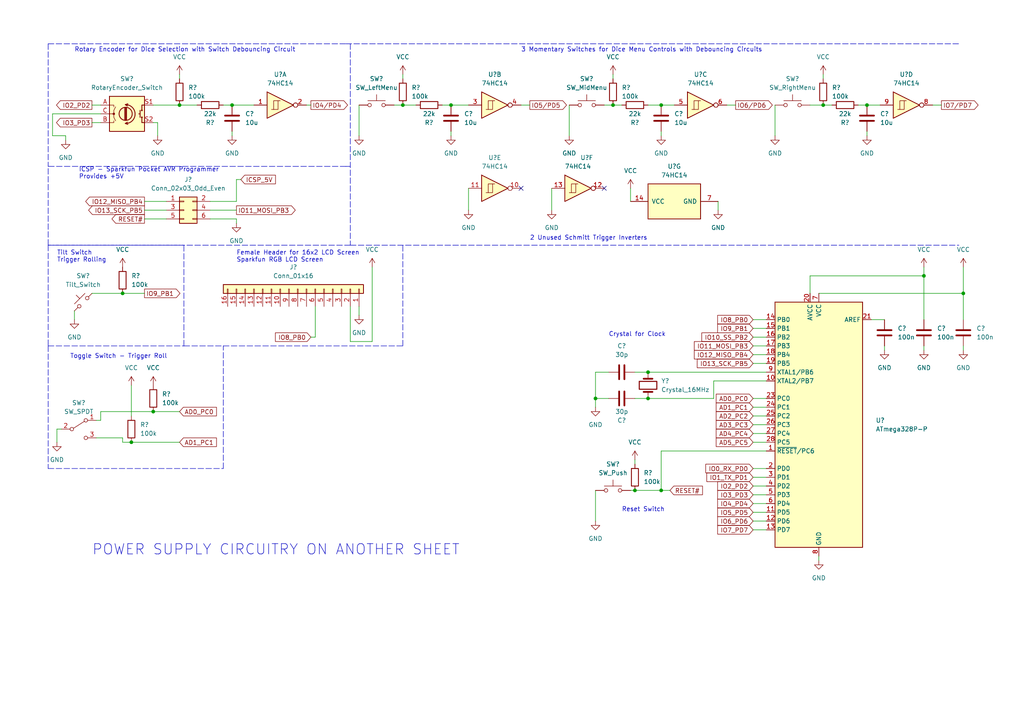
<source format=kicad_sch>
(kicad_sch (version 20210621) (generator eeschema)

  (uuid ed24ca8a-7d61-4888-8e02-81187b2807d8)

  (paper "A4")

  (title_block
    (title "Team 2 - Dice Roller")
    (date "2021-10-27")
    (rev "0")
    (comment 1 "Braden Harwood, Stepehen Short")
    (comment 2 "Drew Seidel, Michael Weston")
    (comment 3 "*Additional Power Supply Circuit on Separate Sheet.")
  )

  (lib_symbols
    (symbol "74xx:74HC14" (pin_names (offset 1.016)) (in_bom yes) (on_board yes)
      (property "Reference" "U" (id 0) (at 0 1.27 0)
        (effects (font (size 1.27 1.27)))
      )
      (property "Value" "74HC14" (id 1) (at 0 -1.27 0)
        (effects (font (size 1.27 1.27)))
      )
      (property "Footprint" "" (id 2) (at 0 0 0)
        (effects (font (size 1.27 1.27)) hide)
      )
      (property "Datasheet" "http://www.ti.com/lit/gpn/sn74HC14" (id 3) (at 0 0 0)
        (effects (font (size 1.27 1.27)) hide)
      )
      (property "ki_locked" "" (id 4) (at 0 0 0)
        (effects (font (size 1.27 1.27)))
      )
      (property "ki_keywords" "HCMOS not inverter" (id 5) (at 0 0 0)
        (effects (font (size 1.27 1.27)) hide)
      )
      (property "ki_description" "Hex inverter schmitt trigger" (id 6) (at 0 0 0)
        (effects (font (size 1.27 1.27)) hide)
      )
      (property "ki_fp_filters" "DIP*W7.62mm*" (id 7) (at 0 0 0)
        (effects (font (size 1.27 1.27)) hide)
      )
      (symbol "74HC14_1_0"
        (polyline
          (pts
            (xy -3.81 3.81)
            (xy -3.81 -3.81)
            (xy 3.81 0)
            (xy -3.81 3.81)
          )
          (stroke (width 0.254) (type default) (color 0 0 0 0))
          (fill (type background))
        )
        (pin input line (at -7.62 0 0) (length 3.81)
          (name "~" (effects (font (size 1.27 1.27))))
          (number "1" (effects (font (size 1.27 1.27))))
        )
        (pin output inverted (at 7.62 0 180) (length 3.81)
          (name "~" (effects (font (size 1.27 1.27))))
          (number "2" (effects (font (size 1.27 1.27))))
        )
      )
      (symbol "74HC14_1_1"
        (polyline
          (pts
            (xy -1.905 -1.27)
            (xy -1.905 1.27)
            (xy -0.635 1.27)
          )
          (stroke (width 0) (type default) (color 0 0 0 0))
          (fill (type none))
        )
        (polyline
          (pts
            (xy -2.54 -1.27)
            (xy -0.635 -1.27)
            (xy -0.635 1.27)
            (xy 0 1.27)
          )
          (stroke (width 0) (type default) (color 0 0 0 0))
          (fill (type none))
        )
      )
      (symbol "74HC14_2_0"
        (polyline
          (pts
            (xy -3.81 3.81)
            (xy -3.81 -3.81)
            (xy 3.81 0)
            (xy -3.81 3.81)
          )
          (stroke (width 0.254) (type default) (color 0 0 0 0))
          (fill (type background))
        )
        (pin input line (at -7.62 0 0) (length 3.81)
          (name "~" (effects (font (size 1.27 1.27))))
          (number "3" (effects (font (size 1.27 1.27))))
        )
        (pin output inverted (at 7.62 0 180) (length 3.81)
          (name "~" (effects (font (size 1.27 1.27))))
          (number "4" (effects (font (size 1.27 1.27))))
        )
      )
      (symbol "74HC14_2_1"
        (polyline
          (pts
            (xy -1.905 -1.27)
            (xy -1.905 1.27)
            (xy -0.635 1.27)
          )
          (stroke (width 0) (type default) (color 0 0 0 0))
          (fill (type none))
        )
        (polyline
          (pts
            (xy -2.54 -1.27)
            (xy -0.635 -1.27)
            (xy -0.635 1.27)
            (xy 0 1.27)
          )
          (stroke (width 0) (type default) (color 0 0 0 0))
          (fill (type none))
        )
      )
      (symbol "74HC14_3_0"
        (polyline
          (pts
            (xy -3.81 3.81)
            (xy -3.81 -3.81)
            (xy 3.81 0)
            (xy -3.81 3.81)
          )
          (stroke (width 0.254) (type default) (color 0 0 0 0))
          (fill (type background))
        )
        (pin input line (at -7.62 0 0) (length 3.81)
          (name "~" (effects (font (size 1.27 1.27))))
          (number "5" (effects (font (size 1.27 1.27))))
        )
        (pin output inverted (at 7.62 0 180) (length 3.81)
          (name "~" (effects (font (size 1.27 1.27))))
          (number "6" (effects (font (size 1.27 1.27))))
        )
      )
      (symbol "74HC14_3_1"
        (polyline
          (pts
            (xy -1.905 -1.27)
            (xy -1.905 1.27)
            (xy -0.635 1.27)
          )
          (stroke (width 0) (type default) (color 0 0 0 0))
          (fill (type none))
        )
        (polyline
          (pts
            (xy -2.54 -1.27)
            (xy -0.635 -1.27)
            (xy -0.635 1.27)
            (xy 0 1.27)
          )
          (stroke (width 0) (type default) (color 0 0 0 0))
          (fill (type none))
        )
      )
      (symbol "74HC14_4_0"
        (polyline
          (pts
            (xy -3.81 3.81)
            (xy -3.81 -3.81)
            (xy 3.81 0)
            (xy -3.81 3.81)
          )
          (stroke (width 0.254) (type default) (color 0 0 0 0))
          (fill (type background))
        )
        (pin output inverted (at 7.62 0 180) (length 3.81)
          (name "~" (effects (font (size 1.27 1.27))))
          (number "8" (effects (font (size 1.27 1.27))))
        )
        (pin input line (at -7.62 0 0) (length 3.81)
          (name "~" (effects (font (size 1.27 1.27))))
          (number "9" (effects (font (size 1.27 1.27))))
        )
      )
      (symbol "74HC14_4_1"
        (polyline
          (pts
            (xy -1.905 -1.27)
            (xy -1.905 1.27)
            (xy -0.635 1.27)
          )
          (stroke (width 0) (type default) (color 0 0 0 0))
          (fill (type none))
        )
        (polyline
          (pts
            (xy -2.54 -1.27)
            (xy -0.635 -1.27)
            (xy -0.635 1.27)
            (xy 0 1.27)
          )
          (stroke (width 0) (type default) (color 0 0 0 0))
          (fill (type none))
        )
      )
      (symbol "74HC14_5_0"
        (polyline
          (pts
            (xy -3.81 3.81)
            (xy -3.81 -3.81)
            (xy 3.81 0)
            (xy -3.81 3.81)
          )
          (stroke (width 0.254) (type default) (color 0 0 0 0))
          (fill (type background))
        )
        (pin output inverted (at 7.62 0 180) (length 3.81)
          (name "~" (effects (font (size 1.27 1.27))))
          (number "10" (effects (font (size 1.27 1.27))))
        )
        (pin input line (at -7.62 0 0) (length 3.81)
          (name "~" (effects (font (size 1.27 1.27))))
          (number "11" (effects (font (size 1.27 1.27))))
        )
      )
      (symbol "74HC14_5_1"
        (polyline
          (pts
            (xy -1.905 -1.27)
            (xy -1.905 1.27)
            (xy -0.635 1.27)
          )
          (stroke (width 0) (type default) (color 0 0 0 0))
          (fill (type none))
        )
        (polyline
          (pts
            (xy -2.54 -1.27)
            (xy -0.635 -1.27)
            (xy -0.635 1.27)
            (xy 0 1.27)
          )
          (stroke (width 0) (type default) (color 0 0 0 0))
          (fill (type none))
        )
      )
      (symbol "74HC14_6_0"
        (polyline
          (pts
            (xy -3.81 3.81)
            (xy -3.81 -3.81)
            (xy 3.81 0)
            (xy -3.81 3.81)
          )
          (stroke (width 0.254) (type default) (color 0 0 0 0))
          (fill (type background))
        )
        (pin output inverted (at 7.62 0 180) (length 3.81)
          (name "~" (effects (font (size 1.27 1.27))))
          (number "12" (effects (font (size 1.27 1.27))))
        )
        (pin input line (at -7.62 0 0) (length 3.81)
          (name "~" (effects (font (size 1.27 1.27))))
          (number "13" (effects (font (size 1.27 1.27))))
        )
      )
      (symbol "74HC14_6_1"
        (polyline
          (pts
            (xy -1.905 -1.27)
            (xy -1.905 1.27)
            (xy -0.635 1.27)
          )
          (stroke (width 0) (type default) (color 0 0 0 0))
          (fill (type none))
        )
        (polyline
          (pts
            (xy -2.54 -1.27)
            (xy -0.635 -1.27)
            (xy -0.635 1.27)
            (xy 0 1.27)
          )
          (stroke (width 0) (type default) (color 0 0 0 0))
          (fill (type none))
        )
      )
      (symbol "74HC14_7_0"
        (pin power_in line (at 0 12.7 270) (length 5.08)
          (name "VCC" (effects (font (size 1.27 1.27))))
          (number "14" (effects (font (size 1.27 1.27))))
        )
        (pin power_in line (at 0 -12.7 90) (length 5.08)
          (name "GND" (effects (font (size 1.27 1.27))))
          (number "7" (effects (font (size 1.27 1.27))))
        )
      )
      (symbol "74HC14_7_1"
        (rectangle (start -5.08 7.62) (end 5.08 -7.62)
          (stroke (width 0.254) (type default) (color 0 0 0 0))
          (fill (type background))
        )
      )
    )
    (symbol "Connector_Generic:Conn_01x16" (pin_names (offset 1.016) hide) (in_bom yes) (on_board yes)
      (property "Reference" "J" (id 0) (at 0 20.32 0)
        (effects (font (size 1.27 1.27)))
      )
      (property "Value" "Conn_01x16" (id 1) (at 0 -22.86 0)
        (effects (font (size 1.27 1.27)))
      )
      (property "Footprint" "" (id 2) (at 0 0 0)
        (effects (font (size 1.27 1.27)) hide)
      )
      (property "Datasheet" "~" (id 3) (at 0 0 0)
        (effects (font (size 1.27 1.27)) hide)
      )
      (property "ki_keywords" "connector" (id 4) (at 0 0 0)
        (effects (font (size 1.27 1.27)) hide)
      )
      (property "ki_description" "Generic connector, single row, 01x16, script generated (kicad-library-utils/schlib/autogen/connector/)" (id 5) (at 0 0 0)
        (effects (font (size 1.27 1.27)) hide)
      )
      (property "ki_fp_filters" "Connector*:*_1x??_*" (id 6) (at 0 0 0)
        (effects (font (size 1.27 1.27)) hide)
      )
      (symbol "Conn_01x16_1_1"
        (rectangle (start -1.27 -20.193) (end 0 -20.447)
          (stroke (width 0.1524) (type default) (color 0 0 0 0))
          (fill (type none))
        )
        (rectangle (start -1.27 -17.653) (end 0 -17.907)
          (stroke (width 0.1524) (type default) (color 0 0 0 0))
          (fill (type none))
        )
        (rectangle (start -1.27 -15.113) (end 0 -15.367)
          (stroke (width 0.1524) (type default) (color 0 0 0 0))
          (fill (type none))
        )
        (rectangle (start -1.27 -12.573) (end 0 -12.827)
          (stroke (width 0.1524) (type default) (color 0 0 0 0))
          (fill (type none))
        )
        (rectangle (start -1.27 -10.033) (end 0 -10.287)
          (stroke (width 0.1524) (type default) (color 0 0 0 0))
          (fill (type none))
        )
        (rectangle (start -1.27 -7.493) (end 0 -7.747)
          (stroke (width 0.1524) (type default) (color 0 0 0 0))
          (fill (type none))
        )
        (rectangle (start -1.27 -4.953) (end 0 -5.207)
          (stroke (width 0.1524) (type default) (color 0 0 0 0))
          (fill (type none))
        )
        (rectangle (start -1.27 -2.413) (end 0 -2.667)
          (stroke (width 0.1524) (type default) (color 0 0 0 0))
          (fill (type none))
        )
        (rectangle (start -1.27 0.127) (end 0 -0.127)
          (stroke (width 0.1524) (type default) (color 0 0 0 0))
          (fill (type none))
        )
        (rectangle (start -1.27 2.667) (end 0 2.413)
          (stroke (width 0.1524) (type default) (color 0 0 0 0))
          (fill (type none))
        )
        (rectangle (start -1.27 5.207) (end 0 4.953)
          (stroke (width 0.1524) (type default) (color 0 0 0 0))
          (fill (type none))
        )
        (rectangle (start -1.27 7.747) (end 0 7.493)
          (stroke (width 0.1524) (type default) (color 0 0 0 0))
          (fill (type none))
        )
        (rectangle (start -1.27 10.287) (end 0 10.033)
          (stroke (width 0.1524) (type default) (color 0 0 0 0))
          (fill (type none))
        )
        (rectangle (start -1.27 12.827) (end 0 12.573)
          (stroke (width 0.1524) (type default) (color 0 0 0 0))
          (fill (type none))
        )
        (rectangle (start -1.27 15.367) (end 0 15.113)
          (stroke (width 0.1524) (type default) (color 0 0 0 0))
          (fill (type none))
        )
        (rectangle (start -1.27 17.907) (end 0 17.653)
          (stroke (width 0.1524) (type default) (color 0 0 0 0))
          (fill (type none))
        )
        (rectangle (start -1.27 19.05) (end 1.27 -21.59)
          (stroke (width 0.254) (type default) (color 0 0 0 0))
          (fill (type background))
        )
        (pin passive line (at -5.08 17.78 0) (length 3.81)
          (name "Pin_1" (effects (font (size 1.27 1.27))))
          (number "1" (effects (font (size 1.27 1.27))))
        )
        (pin passive line (at -5.08 -5.08 0) (length 3.81)
          (name "Pin_10" (effects (font (size 1.27 1.27))))
          (number "10" (effects (font (size 1.27 1.27))))
        )
        (pin passive line (at -5.08 -7.62 0) (length 3.81)
          (name "Pin_11" (effects (font (size 1.27 1.27))))
          (number "11" (effects (font (size 1.27 1.27))))
        )
        (pin passive line (at -5.08 -10.16 0) (length 3.81)
          (name "Pin_12" (effects (font (size 1.27 1.27))))
          (number "12" (effects (font (size 1.27 1.27))))
        )
        (pin passive line (at -5.08 -12.7 0) (length 3.81)
          (name "Pin_13" (effects (font (size 1.27 1.27))))
          (number "13" (effects (font (size 1.27 1.27))))
        )
        (pin passive line (at -5.08 -15.24 0) (length 3.81)
          (name "Pin_14" (effects (font (size 1.27 1.27))))
          (number "14" (effects (font (size 1.27 1.27))))
        )
        (pin passive line (at -5.08 -17.78 0) (length 3.81)
          (name "Pin_15" (effects (font (size 1.27 1.27))))
          (number "15" (effects (font (size 1.27 1.27))))
        )
        (pin passive line (at -5.08 -20.32 0) (length 3.81)
          (name "Pin_16" (effects (font (size 1.27 1.27))))
          (number "16" (effects (font (size 1.27 1.27))))
        )
        (pin passive line (at -5.08 15.24 0) (length 3.81)
          (name "Pin_2" (effects (font (size 1.27 1.27))))
          (number "2" (effects (font (size 1.27 1.27))))
        )
        (pin passive line (at -5.08 12.7 0) (length 3.81)
          (name "Pin_3" (effects (font (size 1.27 1.27))))
          (number "3" (effects (font (size 1.27 1.27))))
        )
        (pin passive line (at -5.08 10.16 0) (length 3.81)
          (name "Pin_4" (effects (font (size 1.27 1.27))))
          (number "4" (effects (font (size 1.27 1.27))))
        )
        (pin passive line (at -5.08 7.62 0) (length 3.81)
          (name "Pin_5" (effects (font (size 1.27 1.27))))
          (number "5" (effects (font (size 1.27 1.27))))
        )
        (pin passive line (at -5.08 5.08 0) (length 3.81)
          (name "Pin_6" (effects (font (size 1.27 1.27))))
          (number "6" (effects (font (size 1.27 1.27))))
        )
        (pin passive line (at -5.08 2.54 0) (length 3.81)
          (name "Pin_7" (effects (font (size 1.27 1.27))))
          (number "7" (effects (font (size 1.27 1.27))))
        )
        (pin passive line (at -5.08 0 0) (length 3.81)
          (name "Pin_8" (effects (font (size 1.27 1.27))))
          (number "8" (effects (font (size 1.27 1.27))))
        )
        (pin passive line (at -5.08 -2.54 0) (length 3.81)
          (name "Pin_9" (effects (font (size 1.27 1.27))))
          (number "9" (effects (font (size 1.27 1.27))))
        )
      )
    )
    (symbol "Connector_Generic:Conn_02x03_Odd_Even" (pin_names (offset 1.016) hide) (in_bom yes) (on_board yes)
      (property "Reference" "J" (id 0) (at 1.27 5.08 0)
        (effects (font (size 1.27 1.27)))
      )
      (property "Value" "Conn_02x03_Odd_Even" (id 1) (at 1.27 -5.08 0)
        (effects (font (size 1.27 1.27)))
      )
      (property "Footprint" "" (id 2) (at 0 0 0)
        (effects (font (size 1.27 1.27)) hide)
      )
      (property "Datasheet" "~" (id 3) (at 0 0 0)
        (effects (font (size 1.27 1.27)) hide)
      )
      (property "ki_keywords" "connector" (id 4) (at 0 0 0)
        (effects (font (size 1.27 1.27)) hide)
      )
      (property "ki_description" "Generic connector, double row, 02x03, odd/even pin numbering scheme (row 1 odd numbers, row 2 even numbers), script generated (kicad-library-utils/schlib/autogen/connector/)" (id 5) (at 0 0 0)
        (effects (font (size 1.27 1.27)) hide)
      )
      (property "ki_fp_filters" "Connector*:*_2x??_*" (id 6) (at 0 0 0)
        (effects (font (size 1.27 1.27)) hide)
      )
      (symbol "Conn_02x03_Odd_Even_1_1"
        (rectangle (start -1.27 -2.413) (end 0 -2.667)
          (stroke (width 0.1524) (type default) (color 0 0 0 0))
          (fill (type none))
        )
        (rectangle (start -1.27 0.127) (end 0 -0.127)
          (stroke (width 0.1524) (type default) (color 0 0 0 0))
          (fill (type none))
        )
        (rectangle (start -1.27 2.667) (end 0 2.413)
          (stroke (width 0.1524) (type default) (color 0 0 0 0))
          (fill (type none))
        )
        (rectangle (start -1.27 3.81) (end 3.81 -3.81)
          (stroke (width 0.254) (type default) (color 0 0 0 0))
          (fill (type background))
        )
        (rectangle (start 3.81 -2.413) (end 2.54 -2.667)
          (stroke (width 0.1524) (type default) (color 0 0 0 0))
          (fill (type none))
        )
        (rectangle (start 3.81 0.127) (end 2.54 -0.127)
          (stroke (width 0.1524) (type default) (color 0 0 0 0))
          (fill (type none))
        )
        (rectangle (start 3.81 2.667) (end 2.54 2.413)
          (stroke (width 0.1524) (type default) (color 0 0 0 0))
          (fill (type none))
        )
        (pin passive line (at -5.08 2.54 0) (length 3.81)
          (name "Pin_1" (effects (font (size 1.27 1.27))))
          (number "1" (effects (font (size 1.27 1.27))))
        )
        (pin passive line (at 7.62 2.54 180) (length 3.81)
          (name "Pin_2" (effects (font (size 1.27 1.27))))
          (number "2" (effects (font (size 1.27 1.27))))
        )
        (pin passive line (at -5.08 0 0) (length 3.81)
          (name "Pin_3" (effects (font (size 1.27 1.27))))
          (number "3" (effects (font (size 1.27 1.27))))
        )
        (pin passive line (at 7.62 0 180) (length 3.81)
          (name "Pin_4" (effects (font (size 1.27 1.27))))
          (number "4" (effects (font (size 1.27 1.27))))
        )
        (pin passive line (at -5.08 -2.54 0) (length 3.81)
          (name "Pin_5" (effects (font (size 1.27 1.27))))
          (number "5" (effects (font (size 1.27 1.27))))
        )
        (pin passive line (at 7.62 -2.54 180) (length 3.81)
          (name "Pin_6" (effects (font (size 1.27 1.27))))
          (number "6" (effects (font (size 1.27 1.27))))
        )
      )
    )
    (symbol "Device:C" (pin_numbers hide) (pin_names (offset 0.254)) (in_bom yes) (on_board yes)
      (property "Reference" "C" (id 0) (at 0.635 2.54 0)
        (effects (font (size 1.27 1.27)) (justify left))
      )
      (property "Value" "C" (id 1) (at 0.635 -2.54 0)
        (effects (font (size 1.27 1.27)) (justify left))
      )
      (property "Footprint" "" (id 2) (at 0.9652 -3.81 0)
        (effects (font (size 1.27 1.27)) hide)
      )
      (property "Datasheet" "~" (id 3) (at 0 0 0)
        (effects (font (size 1.27 1.27)) hide)
      )
      (property "ki_keywords" "cap capacitor" (id 4) (at 0 0 0)
        (effects (font (size 1.27 1.27)) hide)
      )
      (property "ki_description" "Unpolarized capacitor" (id 5) (at 0 0 0)
        (effects (font (size 1.27 1.27)) hide)
      )
      (property "ki_fp_filters" "C_*" (id 6) (at 0 0 0)
        (effects (font (size 1.27 1.27)) hide)
      )
      (symbol "C_0_1"
        (polyline
          (pts
            (xy -2.032 -0.762)
            (xy 2.032 -0.762)
          )
          (stroke (width 0.508) (type default) (color 0 0 0 0))
          (fill (type none))
        )
        (polyline
          (pts
            (xy -2.032 0.762)
            (xy 2.032 0.762)
          )
          (stroke (width 0.508) (type default) (color 0 0 0 0))
          (fill (type none))
        )
      )
      (symbol "C_1_1"
        (pin passive line (at 0 3.81 270) (length 2.794)
          (name "~" (effects (font (size 1.27 1.27))))
          (number "1" (effects (font (size 1.27 1.27))))
        )
        (pin passive line (at 0 -3.81 90) (length 2.794)
          (name "~" (effects (font (size 1.27 1.27))))
          (number "2" (effects (font (size 1.27 1.27))))
        )
      )
    )
    (symbol "Device:Crystal" (pin_numbers hide) (pin_names (offset 1.016) hide) (in_bom yes) (on_board yes)
      (property "Reference" "Y" (id 0) (at 0 3.81 0)
        (effects (font (size 1.27 1.27)))
      )
      (property "Value" "Crystal" (id 1) (at 0 -3.81 0)
        (effects (font (size 1.27 1.27)))
      )
      (property "Footprint" "" (id 2) (at 0 0 0)
        (effects (font (size 1.27 1.27)) hide)
      )
      (property "Datasheet" "~" (id 3) (at 0 0 0)
        (effects (font (size 1.27 1.27)) hide)
      )
      (property "ki_keywords" "quartz ceramic resonator oscillator" (id 4) (at 0 0 0)
        (effects (font (size 1.27 1.27)) hide)
      )
      (property "ki_description" "Two pin crystal" (id 5) (at 0 0 0)
        (effects (font (size 1.27 1.27)) hide)
      )
      (property "ki_fp_filters" "Crystal*" (id 6) (at 0 0 0)
        (effects (font (size 1.27 1.27)) hide)
      )
      (symbol "Crystal_0_1"
        (rectangle (start -1.143 2.54) (end 1.143 -2.54)
          (stroke (width 0.3048) (type default) (color 0 0 0 0))
          (fill (type none))
        )
        (polyline
          (pts
            (xy -2.54 0)
            (xy -1.905 0)
          )
          (stroke (width 0) (type default) (color 0 0 0 0))
          (fill (type none))
        )
        (polyline
          (pts
            (xy -1.905 -1.27)
            (xy -1.905 1.27)
          )
          (stroke (width 0.508) (type default) (color 0 0 0 0))
          (fill (type none))
        )
        (polyline
          (pts
            (xy 1.905 -1.27)
            (xy 1.905 1.27)
          )
          (stroke (width 0.508) (type default) (color 0 0 0 0))
          (fill (type none))
        )
        (polyline
          (pts
            (xy 2.54 0)
            (xy 1.905 0)
          )
          (stroke (width 0) (type default) (color 0 0 0 0))
          (fill (type none))
        )
      )
      (symbol "Crystal_1_1"
        (pin passive line (at -3.81 0 0) (length 1.27)
          (name "1" (effects (font (size 1.27 1.27))))
          (number "1" (effects (font (size 1.27 1.27))))
        )
        (pin passive line (at 3.81 0 180) (length 1.27)
          (name "2" (effects (font (size 1.27 1.27))))
          (number "2" (effects (font (size 1.27 1.27))))
        )
      )
    )
    (symbol "Device:R" (pin_numbers hide) (pin_names (offset 0)) (in_bom yes) (on_board yes)
      (property "Reference" "R" (id 0) (at 2.032 0 90)
        (effects (font (size 1.27 1.27)))
      )
      (property "Value" "R" (id 1) (at 0 0 90)
        (effects (font (size 1.27 1.27)))
      )
      (property "Footprint" "" (id 2) (at -1.778 0 90)
        (effects (font (size 1.27 1.27)) hide)
      )
      (property "Datasheet" "~" (id 3) (at 0 0 0)
        (effects (font (size 1.27 1.27)) hide)
      )
      (property "ki_keywords" "R res resistor" (id 4) (at 0 0 0)
        (effects (font (size 1.27 1.27)) hide)
      )
      (property "ki_description" "Resistor" (id 5) (at 0 0 0)
        (effects (font (size 1.27 1.27)) hide)
      )
      (property "ki_fp_filters" "R_*" (id 6) (at 0 0 0)
        (effects (font (size 1.27 1.27)) hide)
      )
      (symbol "R_0_1"
        (rectangle (start -1.016 -2.54) (end 1.016 2.54)
          (stroke (width 0.254) (type default) (color 0 0 0 0))
          (fill (type none))
        )
      )
      (symbol "R_1_1"
        (pin passive line (at 0 3.81 270) (length 1.27)
          (name "~" (effects (font (size 1.27 1.27))))
          (number "1" (effects (font (size 1.27 1.27))))
        )
        (pin passive line (at 0 -3.81 90) (length 1.27)
          (name "~" (effects (font (size 1.27 1.27))))
          (number "2" (effects (font (size 1.27 1.27))))
        )
      )
    )
    (symbol "Device:RotaryEncoder_Switch" (pin_names (offset 0.254) hide) (in_bom yes) (on_board yes)
      (property "Reference" "SW" (id 0) (at 0 6.604 0)
        (effects (font (size 1.27 1.27)))
      )
      (property "Value" "RotaryEncoder_Switch" (id 1) (at 0 -6.604 0)
        (effects (font (size 1.27 1.27)))
      )
      (property "Footprint" "" (id 2) (at -3.81 4.064 0)
        (effects (font (size 1.27 1.27)) hide)
      )
      (property "Datasheet" "~" (id 3) (at 0 6.604 0)
        (effects (font (size 1.27 1.27)) hide)
      )
      (property "ki_keywords" "rotary switch encoder switch push button" (id 4) (at 0 0 0)
        (effects (font (size 1.27 1.27)) hide)
      )
      (property "ki_description" "Rotary encoder, dual channel, incremental quadrate outputs, with switch" (id 5) (at 0 0 0)
        (effects (font (size 1.27 1.27)) hide)
      )
      (property "ki_fp_filters" "RotaryEncoder*Switch*" (id 6) (at 0 0 0)
        (effects (font (size 1.27 1.27)) hide)
      )
      (symbol "RotaryEncoder_Switch_0_1"
        (rectangle (start -5.08 5.08) (end 5.08 -5.08)
          (stroke (width 0.254) (type default) (color 0 0 0 0))
          (fill (type background))
        )
        (circle (center -3.81 0) (radius 0.254) (stroke (width 0))           (stroke (width 0) (type default) (color 0 0 0 0))
          (fill (type outline))
        )
        (arc (start -0.381 -2.794) (mid 2.3622 -0.0635) (end -0.381 2.667)
          (stroke (width 0.254) (type default) (color 0 0 0 0))
          (fill (type none))
        )
        (circle (center -0.381 0) (radius 1.905) (stroke (width 0.254))           (stroke (width 0.254) (type default) (color 0 0 0 0))
          (fill (type none))
        )
        (polyline
          (pts
            (xy -0.635 -1.778)
            (xy -0.635 1.778)
          )
          (stroke (width 0.254) (type default) (color 0 0 0 0))
          (fill (type none))
        )
        (polyline
          (pts
            (xy -0.381 -1.778)
            (xy -0.381 1.778)
          )
          (stroke (width 0.254) (type default) (color 0 0 0 0))
          (fill (type none))
        )
        (polyline
          (pts
            (xy -0.127 1.778)
            (xy -0.127 -1.778)
          )
          (stroke (width 0.254) (type default) (color 0 0 0 0))
          (fill (type none))
        )
        (polyline
          (pts
            (xy 3.81 0)
            (xy 3.429 0)
          )
          (stroke (width 0.254) (type default) (color 0 0 0 0))
          (fill (type none))
        )
        (polyline
          (pts
            (xy 3.81 1.016)
            (xy 3.81 -1.016)
          )
          (stroke (width 0.254) (type default) (color 0 0 0 0))
          (fill (type none))
        )
        (polyline
          (pts
            (xy -5.08 -2.54)
            (xy -3.81 -2.54)
            (xy -3.81 -2.032)
          )
          (stroke (width 0) (type default) (color 0 0 0 0))
          (fill (type none))
        )
        (polyline
          (pts
            (xy -5.08 2.54)
            (xy -3.81 2.54)
            (xy -3.81 2.032)
          )
          (stroke (width 0) (type default) (color 0 0 0 0))
          (fill (type none))
        )
        (polyline
          (pts
            (xy 0.254 -3.048)
            (xy -0.508 -2.794)
            (xy 0.127 -2.413)
          )
          (stroke (width 0.254) (type default) (color 0 0 0 0))
          (fill (type none))
        )
        (polyline
          (pts
            (xy 0.254 2.921)
            (xy -0.508 2.667)
            (xy 0.127 2.286)
          )
          (stroke (width 0.254) (type default) (color 0 0 0 0))
          (fill (type none))
        )
        (polyline
          (pts
            (xy 5.08 -2.54)
            (xy 4.318 -2.54)
            (xy 4.318 -1.016)
          )
          (stroke (width 0.254) (type default) (color 0 0 0 0))
          (fill (type none))
        )
        (polyline
          (pts
            (xy 5.08 2.54)
            (xy 4.318 2.54)
            (xy 4.318 1.016)
          )
          (stroke (width 0.254) (type default) (color 0 0 0 0))
          (fill (type none))
        )
        (polyline
          (pts
            (xy -5.08 0)
            (xy -3.81 0)
            (xy -3.81 -1.016)
            (xy -3.302 -2.032)
          )
          (stroke (width 0) (type default) (color 0 0 0 0))
          (fill (type none))
        )
        (polyline
          (pts
            (xy -4.318 0)
            (xy -3.81 0)
            (xy -3.81 1.016)
            (xy -3.302 2.032)
          )
          (stroke (width 0) (type default) (color 0 0 0 0))
          (fill (type none))
        )
        (circle (center 4.318 -1.016) (radius 0.127) (stroke (width 0.254))           (stroke (width 0.254) (type default) (color 0 0 0 0))
          (fill (type none))
        )
        (circle (center 4.318 1.016) (radius 0.127) (stroke (width 0.254))           (stroke (width 0.254) (type default) (color 0 0 0 0))
          (fill (type none))
        )
      )
      (symbol "RotaryEncoder_Switch_1_1"
        (pin passive line (at -7.62 2.54 0) (length 2.54)
          (name "A" (effects (font (size 1.27 1.27))))
          (number "A" (effects (font (size 1.27 1.27))))
        )
        (pin passive line (at -7.62 -2.54 0) (length 2.54)
          (name "B" (effects (font (size 1.27 1.27))))
          (number "B" (effects (font (size 1.27 1.27))))
        )
        (pin passive line (at -7.62 0 0) (length 2.54)
          (name "C" (effects (font (size 1.27 1.27))))
          (number "C" (effects (font (size 1.27 1.27))))
        )
        (pin passive line (at 7.62 2.54 180) (length 2.54)
          (name "S1" (effects (font (size 1.27 1.27))))
          (number "S1" (effects (font (size 1.27 1.27))))
        )
        (pin passive line (at 7.62 -2.54 180) (length 2.54)
          (name "S2" (effects (font (size 1.27 1.27))))
          (number "S2" (effects (font (size 1.27 1.27))))
        )
      )
    )
    (symbol "MCU_Microchip_ATmega:ATmega328P-P" (in_bom yes) (on_board yes)
      (property "Reference" "U" (id 0) (at -12.7 36.83 0)
        (effects (font (size 1.27 1.27)) (justify left bottom))
      )
      (property "Value" "ATmega328P-P" (id 1) (at 2.54 -36.83 0)
        (effects (font (size 1.27 1.27)) (justify left top))
      )
      (property "Footprint" "Package_DIP:DIP-28_W7.62mm" (id 2) (at 0 0 0)
        (effects (font (size 1.27 1.27) italic) hide)
      )
      (property "Datasheet" "http://ww1.microchip.com/downloads/en/DeviceDoc/ATmega328_P%20AVR%20MCU%20with%20picoPower%20Technology%20Data%20Sheet%2040001984A.pdf" (id 3) (at 0 0 0)
        (effects (font (size 1.27 1.27)) hide)
      )
      (property "ki_keywords" "AVR 8bit Microcontroller MegaAVR PicoPower" (id 4) (at 0 0 0)
        (effects (font (size 1.27 1.27)) hide)
      )
      (property "ki_description" "20MHz, 32kB Flash, 2kB SRAM, 1kB EEPROM, DIP-28" (id 5) (at 0 0 0)
        (effects (font (size 1.27 1.27)) hide)
      )
      (property "ki_fp_filters" "DIP*W7.62mm*" (id 6) (at 0 0 0)
        (effects (font (size 1.27 1.27)) hide)
      )
      (symbol "ATmega328P-P_0_1"
        (rectangle (start -12.7 -35.56) (end 12.7 35.56)
          (stroke (width 0.254) (type default) (color 0 0 0 0))
          (fill (type background))
        )
      )
      (symbol "ATmega328P-P_1_1"
        (pin bidirectional line (at 15.24 -7.62 180) (length 2.54)
          (name "~{RESET}/PC6" (effects (font (size 1.27 1.27))))
          (number "1" (effects (font (size 1.27 1.27))))
        )
        (pin bidirectional line (at 15.24 12.7 180) (length 2.54)
          (name "XTAL2/PB7" (effects (font (size 1.27 1.27))))
          (number "10" (effects (font (size 1.27 1.27))))
        )
        (pin bidirectional line (at 15.24 -25.4 180) (length 2.54)
          (name "PD5" (effects (font (size 1.27 1.27))))
          (number "11" (effects (font (size 1.27 1.27))))
        )
        (pin bidirectional line (at 15.24 -27.94 180) (length 2.54)
          (name "PD6" (effects (font (size 1.27 1.27))))
          (number "12" (effects (font (size 1.27 1.27))))
        )
        (pin bidirectional line (at 15.24 -30.48 180) (length 2.54)
          (name "PD7" (effects (font (size 1.27 1.27))))
          (number "13" (effects (font (size 1.27 1.27))))
        )
        (pin bidirectional line (at 15.24 30.48 180) (length 2.54)
          (name "PB0" (effects (font (size 1.27 1.27))))
          (number "14" (effects (font (size 1.27 1.27))))
        )
        (pin bidirectional line (at 15.24 27.94 180) (length 2.54)
          (name "PB1" (effects (font (size 1.27 1.27))))
          (number "15" (effects (font (size 1.27 1.27))))
        )
        (pin bidirectional line (at 15.24 25.4 180) (length 2.54)
          (name "PB2" (effects (font (size 1.27 1.27))))
          (number "16" (effects (font (size 1.27 1.27))))
        )
        (pin bidirectional line (at 15.24 22.86 180) (length 2.54)
          (name "PB3" (effects (font (size 1.27 1.27))))
          (number "17" (effects (font (size 1.27 1.27))))
        )
        (pin bidirectional line (at 15.24 20.32 180) (length 2.54)
          (name "PB4" (effects (font (size 1.27 1.27))))
          (number "18" (effects (font (size 1.27 1.27))))
        )
        (pin bidirectional line (at 15.24 17.78 180) (length 2.54)
          (name "PB5" (effects (font (size 1.27 1.27))))
          (number "19" (effects (font (size 1.27 1.27))))
        )
        (pin bidirectional line (at 15.24 -12.7 180) (length 2.54)
          (name "PD0" (effects (font (size 1.27 1.27))))
          (number "2" (effects (font (size 1.27 1.27))))
        )
        (pin power_in line (at 2.54 38.1 270) (length 2.54)
          (name "AVCC" (effects (font (size 1.27 1.27))))
          (number "20" (effects (font (size 1.27 1.27))))
        )
        (pin passive line (at -15.24 30.48 0) (length 2.54)
          (name "AREF" (effects (font (size 1.27 1.27))))
          (number "21" (effects (font (size 1.27 1.27))))
        )
        (pin passive line (at 0 -38.1 90) (length 2.54) hide
          (name "GND" (effects (font (size 1.27 1.27))))
          (number "22" (effects (font (size 1.27 1.27))))
        )
        (pin bidirectional line (at 15.24 7.62 180) (length 2.54)
          (name "PC0" (effects (font (size 1.27 1.27))))
          (number "23" (effects (font (size 1.27 1.27))))
        )
        (pin bidirectional line (at 15.24 5.08 180) (length 2.54)
          (name "PC1" (effects (font (size 1.27 1.27))))
          (number "24" (effects (font (size 1.27 1.27))))
        )
        (pin bidirectional line (at 15.24 2.54 180) (length 2.54)
          (name "PC2" (effects (font (size 1.27 1.27))))
          (number "25" (effects (font (size 1.27 1.27))))
        )
        (pin bidirectional line (at 15.24 0 180) (length 2.54)
          (name "PC3" (effects (font (size 1.27 1.27))))
          (number "26" (effects (font (size 1.27 1.27))))
        )
        (pin bidirectional line (at 15.24 -2.54 180) (length 2.54)
          (name "PC4" (effects (font (size 1.27 1.27))))
          (number "27" (effects (font (size 1.27 1.27))))
        )
        (pin bidirectional line (at 15.24 -5.08 180) (length 2.54)
          (name "PC5" (effects (font (size 1.27 1.27))))
          (number "28" (effects (font (size 1.27 1.27))))
        )
        (pin bidirectional line (at 15.24 -15.24 180) (length 2.54)
          (name "PD1" (effects (font (size 1.27 1.27))))
          (number "3" (effects (font (size 1.27 1.27))))
        )
        (pin bidirectional line (at 15.24 -17.78 180) (length 2.54)
          (name "PD2" (effects (font (size 1.27 1.27))))
          (number "4" (effects (font (size 1.27 1.27))))
        )
        (pin bidirectional line (at 15.24 -20.32 180) (length 2.54)
          (name "PD3" (effects (font (size 1.27 1.27))))
          (number "5" (effects (font (size 1.27 1.27))))
        )
        (pin bidirectional line (at 15.24 -22.86 180) (length 2.54)
          (name "PD4" (effects (font (size 1.27 1.27))))
          (number "6" (effects (font (size 1.27 1.27))))
        )
        (pin power_in line (at 0 38.1 270) (length 2.54)
          (name "VCC" (effects (font (size 1.27 1.27))))
          (number "7" (effects (font (size 1.27 1.27))))
        )
        (pin power_in line (at 0 -38.1 90) (length 2.54)
          (name "GND" (effects (font (size 1.27 1.27))))
          (number "8" (effects (font (size 1.27 1.27))))
        )
        (pin bidirectional line (at 15.24 15.24 180) (length 2.54)
          (name "XTAL1/PB6" (effects (font (size 1.27 1.27))))
          (number "9" (effects (font (size 1.27 1.27))))
        )
      )
    )
    (symbol "Switch:SW_Push" (pin_numbers hide) (pin_names (offset 1.016) hide) (in_bom yes) (on_board yes)
      (property "Reference" "SW" (id 0) (at 1.27 2.54 0)
        (effects (font (size 1.27 1.27)) (justify left))
      )
      (property "Value" "SW_Push" (id 1) (at 0 -1.524 0)
        (effects (font (size 1.27 1.27)))
      )
      (property "Footprint" "" (id 2) (at 0 5.08 0)
        (effects (font (size 1.27 1.27)) hide)
      )
      (property "Datasheet" "~" (id 3) (at 0 5.08 0)
        (effects (font (size 1.27 1.27)) hide)
      )
      (property "ki_keywords" "switch normally-open pushbutton push-button" (id 4) (at 0 0 0)
        (effects (font (size 1.27 1.27)) hide)
      )
      (property "ki_description" "Push button switch, generic, two pins" (id 5) (at 0 0 0)
        (effects (font (size 1.27 1.27)) hide)
      )
      (symbol "SW_Push_0_1"
        (circle (center -2.032 0) (radius 0.508) (stroke (width 0))           (stroke (width 0) (type default) (color 0 0 0 0))
          (fill (type none))
        )
        (polyline
          (pts
            (xy 0 1.27)
            (xy 0 3.048)
          )
          (stroke (width 0) (type default) (color 0 0 0 0))
          (fill (type none))
        )
        (polyline
          (pts
            (xy 2.54 1.27)
            (xy -2.54 1.27)
          )
          (stroke (width 0) (type default) (color 0 0 0 0))
          (fill (type none))
        )
        (circle (center 2.032 0) (radius 0.508) (stroke (width 0))           (stroke (width 0) (type default) (color 0 0 0 0))
          (fill (type none))
        )
        (pin passive line (at -5.08 0 0) (length 2.54)
          (name "1" (effects (font (size 1.27 1.27))))
          (number "1" (effects (font (size 1.27 1.27))))
        )
        (pin passive line (at 5.08 0 180) (length 2.54)
          (name "2" (effects (font (size 1.27 1.27))))
          (number "2" (effects (font (size 1.27 1.27))))
        )
      )
    )
    (symbol "Switch:SW_Push_45deg" (pin_numbers hide) (pin_names (offset 1.016) hide) (in_bom yes) (on_board yes)
      (property "Reference" "SW" (id 0) (at 3.048 1.016 0)
        (effects (font (size 1.27 1.27)) (justify left))
      )
      (property "Value" "SW_Push_45deg" (id 1) (at 0 -3.81 0)
        (effects (font (size 1.27 1.27)))
      )
      (property "Footprint" "" (id 2) (at 0 0 0)
        (effects (font (size 1.27 1.27)) hide)
      )
      (property "Datasheet" "~" (id 3) (at 0 0 0)
        (effects (font (size 1.27 1.27)) hide)
      )
      (property "ki_keywords" "switch normally-open pushbutton push-button" (id 4) (at 0 0 0)
        (effects (font (size 1.27 1.27)) hide)
      )
      (property "ki_description" "Push button switch, normally open, two pins, 45° tilted" (id 5) (at 0 0 0)
        (effects (font (size 1.27 1.27)) hide)
      )
      (symbol "SW_Push_45deg_0_1"
        (circle (center -1.1684 1.1684) (radius 0.508) (stroke (width 0))           (stroke (width 0) (type default) (color 0 0 0 0))
          (fill (type none))
        )
        (polyline
          (pts
            (xy -0.508 2.54)
            (xy 2.54 -0.508)
          )
          (stroke (width 0) (type default) (color 0 0 0 0))
          (fill (type none))
        )
        (polyline
          (pts
            (xy 1.016 1.016)
            (xy 2.032 2.032)
          )
          (stroke (width 0) (type default) (color 0 0 0 0))
          (fill (type none))
        )
        (polyline
          (pts
            (xy -2.54 2.54)
            (xy -1.524 1.524)
            (xy -1.524 1.524)
          )
          (stroke (width 0) (type default) (color 0 0 0 0))
          (fill (type none))
        )
        (polyline
          (pts
            (xy 1.524 -1.524)
            (xy 2.54 -2.54)
            (xy 2.54 -2.54)
            (xy 2.54 -2.54)
          )
          (stroke (width 0) (type default) (color 0 0 0 0))
          (fill (type none))
        )
        (circle (center 1.143 -1.1938) (radius 0.508) (stroke (width 0))           (stroke (width 0) (type default) (color 0 0 0 0))
          (fill (type none))
        )
        (pin passive line (at -2.54 2.54 0) (length 0)
          (name "1" (effects (font (size 1.27 1.27))))
          (number "1" (effects (font (size 1.27 1.27))))
        )
        (pin passive line (at 2.54 -2.54 180) (length 0)
          (name "2" (effects (font (size 1.27 1.27))))
          (number "2" (effects (font (size 1.27 1.27))))
        )
      )
    )
    (symbol "Switch:SW_SPDT" (pin_names (offset 0) hide) (in_bom yes) (on_board yes)
      (property "Reference" "SW" (id 0) (at 0 4.318 0)
        (effects (font (size 1.27 1.27)))
      )
      (property "Value" "SW_SPDT" (id 1) (at 0 -5.08 0)
        (effects (font (size 1.27 1.27)))
      )
      (property "Footprint" "" (id 2) (at 0 0 0)
        (effects (font (size 1.27 1.27)) hide)
      )
      (property "Datasheet" "~" (id 3) (at 0 0 0)
        (effects (font (size 1.27 1.27)) hide)
      )
      (property "ki_keywords" "switch single-pole double-throw spdt ON-ON" (id 4) (at 0 0 0)
        (effects (font (size 1.27 1.27)) hide)
      )
      (property "ki_description" "Switch, single pole double throw" (id 5) (at 0 0 0)
        (effects (font (size 1.27 1.27)) hide)
      )
      (symbol "SW_SPDT_0_0"
        (circle (center -2.032 0) (radius 0.508) (stroke (width 0))           (stroke (width 0) (type default) (color 0 0 0 0))
          (fill (type none))
        )
        (circle (center 2.032 -2.54) (radius 0.508) (stroke (width 0))           (stroke (width 0) (type default) (color 0 0 0 0))
          (fill (type none))
        )
      )
      (symbol "SW_SPDT_0_1"
        (polyline
          (pts
            (xy -1.524 0.254)
            (xy 1.651 2.286)
          )
          (stroke (width 0) (type default) (color 0 0 0 0))
          (fill (type none))
        )
        (circle (center 2.032 2.54) (radius 0.508) (stroke (width 0))           (stroke (width 0) (type default) (color 0 0 0 0))
          (fill (type none))
        )
      )
      (symbol "SW_SPDT_1_1"
        (pin passive line (at 5.08 2.54 180) (length 2.54)
          (name "A" (effects (font (size 1.27 1.27))))
          (number "1" (effects (font (size 1.27 1.27))))
        )
        (pin passive line (at -5.08 0 0) (length 2.54)
          (name "B" (effects (font (size 1.27 1.27))))
          (number "2" (effects (font (size 1.27 1.27))))
        )
        (pin passive line (at 5.08 -2.54 180) (length 2.54)
          (name "C" (effects (font (size 1.27 1.27))))
          (number "3" (effects (font (size 1.27 1.27))))
        )
      )
    )
    (symbol "power:GND" (power) (pin_names (offset 0)) (in_bom yes) (on_board yes)
      (property "Reference" "#PWR" (id 0) (at 0 -6.35 0)
        (effects (font (size 1.27 1.27)) hide)
      )
      (property "Value" "GND" (id 1) (at 0 -3.81 0)
        (effects (font (size 1.27 1.27)))
      )
      (property "Footprint" "" (id 2) (at 0 0 0)
        (effects (font (size 1.27 1.27)) hide)
      )
      (property "Datasheet" "" (id 3) (at 0 0 0)
        (effects (font (size 1.27 1.27)) hide)
      )
      (property "ki_keywords" "power-flag" (id 4) (at 0 0 0)
        (effects (font (size 1.27 1.27)) hide)
      )
      (property "ki_description" "Power symbol creates a global label with name \"GND\" , ground" (id 5) (at 0 0 0)
        (effects (font (size 1.27 1.27)) hide)
      )
      (symbol "GND_0_1"
        (polyline
          (pts
            (xy 0 0)
            (xy 0 -1.27)
            (xy 1.27 -1.27)
            (xy 0 -2.54)
            (xy -1.27 -1.27)
            (xy 0 -1.27)
          )
          (stroke (width 0) (type default) (color 0 0 0 0))
          (fill (type none))
        )
      )
      (symbol "GND_1_1"
        (pin power_in line (at 0 0 270) (length 0) hide
          (name "GND" (effects (font (size 1.27 1.27))))
          (number "1" (effects (font (size 1.27 1.27))))
        )
      )
    )
    (symbol "power:VCC" (power) (pin_names (offset 0)) (in_bom yes) (on_board yes)
      (property "Reference" "#PWR" (id 0) (at 0 -3.81 0)
        (effects (font (size 1.27 1.27)) hide)
      )
      (property "Value" "VCC" (id 1) (at 0 3.81 0)
        (effects (font (size 1.27 1.27)))
      )
      (property "Footprint" "" (id 2) (at 0 0 0)
        (effects (font (size 1.27 1.27)) hide)
      )
      (property "Datasheet" "" (id 3) (at 0 0 0)
        (effects (font (size 1.27 1.27)) hide)
      )
      (property "ki_keywords" "power-flag" (id 4) (at 0 0 0)
        (effects (font (size 1.27 1.27)) hide)
      )
      (property "ki_description" "Power symbol creates a global label with name \"VCC\"" (id 5) (at 0 0 0)
        (effects (font (size 1.27 1.27)) hide)
      )
      (symbol "VCC_0_1"
        (polyline
          (pts
            (xy -0.762 1.27)
            (xy 0 2.54)
          )
          (stroke (width 0) (type default) (color 0 0 0 0))
          (fill (type none))
        )
        (polyline
          (pts
            (xy 0 0)
            (xy 0 2.54)
          )
          (stroke (width 0) (type default) (color 0 0 0 0))
          (fill (type none))
        )
        (polyline
          (pts
            (xy 0 2.54)
            (xy 0.762 1.27)
          )
          (stroke (width 0) (type default) (color 0 0 0 0))
          (fill (type none))
        )
      )
      (symbol "VCC_1_1"
        (pin power_in line (at 0 0 90) (length 0) hide
          (name "VCC" (effects (font (size 1.27 1.27))))
          (number "1" (effects (font (size 1.27 1.27))))
        )
      )
    )
  )


  (junction (at 35.56 85.09) (diameter 0) (color 0 0 0 0))
  (junction (at 38.1 128.27) (diameter 0) (color 0 0 0 0))
  (junction (at 44.45 119.38) (diameter 0) (color 0 0 0 0))
  (junction (at 52.07 30.48) (diameter 0) (color 0 0 0 0))
  (junction (at 67.31 30.48) (diameter 0) (color 0 0 0 0))
  (junction (at 116.84 30.48) (diameter 0) (color 0 0 0 0))
  (junction (at 130.81 30.48) (diameter 0) (color 0 0 0 0))
  (junction (at 172.72 115.57) (diameter 0) (color 0 0 0 0))
  (junction (at 177.8 30.48) (diameter 0) (color 0 0 0 0))
  (junction (at 184.15 142.24) (diameter 0) (color 0 0 0 0))
  (junction (at 187.96 107.95) (diameter 0) (color 0 0 0 0))
  (junction (at 187.96 115.57) (diameter 0) (color 0 0 0 0))
  (junction (at 191.77 30.48) (diameter 0) (color 0 0 0 0))
  (junction (at 191.77 142.24) (diameter 0) (color 0 0 0 0))
  (junction (at 238.76 30.48) (diameter 0) (color 0 0 0 0))
  (junction (at 251.46 30.48) (diameter 0) (color 0 0 0 0))
  (junction (at 267.97 80.01) (diameter 0) (color 0 0 0 0))
  (junction (at 279.4 85.09) (diameter 0) (color 0 0 0 0))

  (no_connect (at 151.13 54.61) (uuid 6646ef97-037f-4847-90fc-fd6b99931534))
  (no_connect (at 175.26 54.61) (uuid 6646ef97-037f-4847-90fc-fd6b99931534))

  (wire (pts (xy 15.24 33.02) (xy 29.21 33.02))
    (stroke (width 0) (type default) (color 0 0 0 0))
    (uuid 606a1e74-bb86-436e-96c7-aa90acf6655d)
  )
  (wire (pts (xy 15.24 39.37) (xy 15.24 33.02))
    (stroke (width 0) (type default) (color 0 0 0 0))
    (uuid 606a1e74-bb86-436e-96c7-aa90acf6655d)
  )
  (wire (pts (xy 15.24 39.37) (xy 19.05 39.37))
    (stroke (width 0) (type default) (color 0 0 0 0))
    (uuid d6db3372-fd30-44c3-8f11-a787992d5905)
  )
  (wire (pts (xy 16.51 124.46) (xy 17.78 124.46))
    (stroke (width 0) (type default) (color 0 0 0 0))
    (uuid ddfb77e3-e645-4d4d-9288-d44a09ddbaa0)
  )
  (wire (pts (xy 16.51 128.27) (xy 16.51 124.46))
    (stroke (width 0) (type default) (color 0 0 0 0))
    (uuid ddfb77e3-e645-4d4d-9288-d44a09ddbaa0)
  )
  (wire (pts (xy 19.05 39.37) (xy 19.05 40.64))
    (stroke (width 0) (type default) (color 0 0 0 0))
    (uuid d6db3372-fd30-44c3-8f11-a787992d5905)
  )
  (wire (pts (xy 21.59 90.17) (xy 21.59 92.71))
    (stroke (width 0) (type default) (color 0 0 0 0))
    (uuid f0341dbc-6084-47df-8595-d7bf7ba12ac7)
  )
  (wire (pts (xy 26.67 30.48) (xy 29.21 30.48))
    (stroke (width 0) (type default) (color 0 0 0 0))
    (uuid 7f2a6023-cf23-461a-8b6b-f7c024c4b891)
  )
  (wire (pts (xy 26.67 35.56) (xy 29.21 35.56))
    (stroke (width 0) (type default) (color 0 0 0 0))
    (uuid dbd13a28-e3a9-4e0d-8607-906b53635719)
  )
  (wire (pts (xy 26.67 85.09) (xy 35.56 85.09))
    (stroke (width 0) (type default) (color 0 0 0 0))
    (uuid 3e4e1a57-64aa-4d37-a225-57d44aaf0eb5)
  )
  (wire (pts (xy 27.94 127) (xy 35.56 127))
    (stroke (width 0) (type default) (color 0 0 0 0))
    (uuid 4c36fde4-c4a7-432e-9fe8-d4be3314f074)
  )
  (wire (pts (xy 29.21 119.38) (xy 29.21 121.92))
    (stroke (width 0) (type default) (color 0 0 0 0))
    (uuid fcaa6d20-9ccd-4abe-a78f-792f8040caf7)
  )
  (wire (pts (xy 29.21 119.38) (xy 44.45 119.38))
    (stroke (width 0) (type default) (color 0 0 0 0))
    (uuid 6c7f4c64-eeee-4424-971c-c75bff25e24b)
  )
  (wire (pts (xy 29.21 121.92) (xy 27.94 121.92))
    (stroke (width 0) (type default) (color 0 0 0 0))
    (uuid fcaa6d20-9ccd-4abe-a78f-792f8040caf7)
  )
  (wire (pts (xy 35.56 85.09) (xy 41.91 85.09))
    (stroke (width 0) (type default) (color 0 0 0 0))
    (uuid dce20b31-d1da-454f-b428-424f544aa605)
  )
  (wire (pts (xy 35.56 127) (xy 35.56 128.27))
    (stroke (width 0) (type default) (color 0 0 0 0))
    (uuid 4c36fde4-c4a7-432e-9fe8-d4be3314f074)
  )
  (wire (pts (xy 35.56 128.27) (xy 38.1 128.27))
    (stroke (width 0) (type default) (color 0 0 0 0))
    (uuid 4c36fde4-c4a7-432e-9fe8-d4be3314f074)
  )
  (wire (pts (xy 38.1 111.76) (xy 38.1 120.65))
    (stroke (width 0) (type default) (color 0 0 0 0))
    (uuid 3dd3e1a6-74aa-4eac-906e-c79b733839cb)
  )
  (wire (pts (xy 38.1 128.27) (xy 52.07 128.27))
    (stroke (width 0) (type default) (color 0 0 0 0))
    (uuid b3f8f6c5-8f89-488c-9c0b-c64ddb80219a)
  )
  (wire (pts (xy 41.91 58.42) (xy 48.26 58.42))
    (stroke (width 0) (type default) (color 0 0 0 0))
    (uuid 293a7cd7-6967-4b80-aab8-d3128d036177)
  )
  (wire (pts (xy 41.91 60.96) (xy 48.26 60.96))
    (stroke (width 0) (type default) (color 0 0 0 0))
    (uuid 580a9d60-af7b-4eba-9934-2a0994a423fd)
  )
  (wire (pts (xy 41.91 63.5) (xy 48.26 63.5))
    (stroke (width 0) (type default) (color 0 0 0 0))
    (uuid 15cd437a-c662-4eff-afb3-88274d29b4cf)
  )
  (wire (pts (xy 44.45 30.48) (xy 52.07 30.48))
    (stroke (width 0) (type default) (color 0 0 0 0))
    (uuid 1740245e-b548-429b-a219-cdb20b1adff3)
  )
  (wire (pts (xy 44.45 35.56) (xy 45.72 35.56))
    (stroke (width 0) (type default) (color 0 0 0 0))
    (uuid 1a275e35-5b4c-4d0c-bb30-e5932e5a7171)
  )
  (wire (pts (xy 44.45 119.38) (xy 52.07 119.38))
    (stroke (width 0) (type default) (color 0 0 0 0))
    (uuid de34a877-35da-41a2-a326-b9b4639ba4c8)
  )
  (wire (pts (xy 45.72 39.37) (xy 45.72 35.56))
    (stroke (width 0) (type default) (color 0 0 0 0))
    (uuid 1a275e35-5b4c-4d0c-bb30-e5932e5a7171)
  )
  (wire (pts (xy 52.07 21.59) (xy 52.07 22.86))
    (stroke (width 0) (type default) (color 0 0 0 0))
    (uuid 36ec8aba-b381-4a10-b54a-477cc1203227)
  )
  (wire (pts (xy 52.07 30.48) (xy 57.15 30.48))
    (stroke (width 0) (type default) (color 0 0 0 0))
    (uuid 1740245e-b548-429b-a219-cdb20b1adff3)
  )
  (wire (pts (xy 60.96 58.42) (xy 68.58 58.42))
    (stroke (width 0) (type default) (color 0 0 0 0))
    (uuid e005346b-f583-4c03-b553-702dc51451b0)
  )
  (wire (pts (xy 60.96 60.96) (xy 68.58 60.96))
    (stroke (width 0) (type default) (color 0 0 0 0))
    (uuid 9d25ba54-f8d9-4a84-a0d0-75a0d696f2bc)
  )
  (wire (pts (xy 60.96 63.5) (xy 68.58 63.5))
    (stroke (width 0) (type default) (color 0 0 0 0))
    (uuid 6b8a98f6-a455-43db-ab37-86e8989e6789)
  )
  (wire (pts (xy 64.77 30.48) (xy 67.31 30.48))
    (stroke (width 0) (type default) (color 0 0 0 0))
    (uuid 27238784-ea91-4a98-8586-92aab3fb5f18)
  )
  (wire (pts (xy 67.31 30.48) (xy 73.66 30.48))
    (stroke (width 0) (type default) (color 0 0 0 0))
    (uuid eab5f7ba-a6ab-461a-a8f4-c3683c479923)
  )
  (wire (pts (xy 67.31 38.1) (xy 67.31 39.37))
    (stroke (width 0) (type default) (color 0 0 0 0))
    (uuid 82a02036-b619-4e63-a4b6-95e9c823fbda)
  )
  (wire (pts (xy 68.58 52.07) (xy 68.58 58.42))
    (stroke (width 0) (type default) (color 0 0 0 0))
    (uuid 0bcf3b35-98ed-4fba-878c-7991f35bff1b)
  )
  (wire (pts (xy 68.58 63.5) (xy 68.58 64.77))
    (stroke (width 0) (type default) (color 0 0 0 0))
    (uuid 6b8a98f6-a455-43db-ab37-86e8989e6789)
  )
  (wire (pts (xy 69.85 52.07) (xy 68.58 52.07))
    (stroke (width 0) (type default) (color 0 0 0 0))
    (uuid 0bcf3b35-98ed-4fba-878c-7991f35bff1b)
  )
  (wire (pts (xy 88.9 30.48) (xy 90.17 30.48))
    (stroke (width 0) (type default) (color 0 0 0 0))
    (uuid 2f33e826-7f3e-47db-8462-b8fd1c1de142)
  )
  (wire (pts (xy 90.17 97.79) (xy 91.44 97.79))
    (stroke (width 0) (type default) (color 0 0 0 0))
    (uuid 3b070850-291e-4984-8946-9e1392f2abfd)
  )
  (wire (pts (xy 91.44 88.9) (xy 91.44 97.79))
    (stroke (width 0) (type default) (color 0 0 0 0))
    (uuid 3b070850-291e-4984-8946-9e1392f2abfd)
  )
  (wire (pts (xy 101.6 88.9) (xy 101.6 99.06))
    (stroke (width 0) (type default) (color 0 0 0 0))
    (uuid 19a2fac1-e9a2-4f46-bba5-2d4060a25b4b)
  )
  (wire (pts (xy 101.6 99.06) (xy 107.95 99.06))
    (stroke (width 0) (type default) (color 0 0 0 0))
    (uuid 19a2fac1-e9a2-4f46-bba5-2d4060a25b4b)
  )
  (wire (pts (xy 104.14 30.48) (xy 104.14 39.37))
    (stroke (width 0) (type default) (color 0 0 0 0))
    (uuid f1f66ffa-05fd-4ee7-8f77-6ff1e5ef0cb5)
  )
  (wire (pts (xy 104.14 88.9) (xy 104.14 91.44))
    (stroke (width 0) (type default) (color 0 0 0 0))
    (uuid 940df820-c53e-4ede-84b6-e7e201e007f1)
  )
  (wire (pts (xy 107.95 99.06) (xy 107.95 77.47))
    (stroke (width 0) (type default) (color 0 0 0 0))
    (uuid 19a2fac1-e9a2-4f46-bba5-2d4060a25b4b)
  )
  (wire (pts (xy 114.3 30.48) (xy 116.84 30.48))
    (stroke (width 0) (type default) (color 0 0 0 0))
    (uuid 3f948d38-b923-4404-a644-c9ab84f42001)
  )
  (wire (pts (xy 116.84 21.59) (xy 116.84 22.86))
    (stroke (width 0) (type default) (color 0 0 0 0))
    (uuid f475b25a-b559-46b2-a484-44390c731102)
  )
  (wire (pts (xy 116.84 30.48) (xy 120.65 30.48))
    (stroke (width 0) (type default) (color 0 0 0 0))
    (uuid 2d94e1f8-6b46-4bcc-a8e8-ae3af5cd2889)
  )
  (wire (pts (xy 128.27 30.48) (xy 130.81 30.48))
    (stroke (width 0) (type default) (color 0 0 0 0))
    (uuid fade6eed-dc13-4c44-8a3f-3c14b846bc1c)
  )
  (wire (pts (xy 130.81 30.48) (xy 135.89 30.48))
    (stroke (width 0) (type default) (color 0 0 0 0))
    (uuid f28b509d-3b04-4c9a-8fe6-1e5e0bc99f47)
  )
  (wire (pts (xy 130.81 38.1) (xy 130.81 39.37))
    (stroke (width 0) (type default) (color 0 0 0 0))
    (uuid fb270f94-7d9a-49f0-ab1c-ead8895e5d33)
  )
  (wire (pts (xy 135.89 54.61) (xy 135.89 60.96))
    (stroke (width 0) (type default) (color 0 0 0 0))
    (uuid f36021b6-5e20-4a81-97de-7c5941bfaef4)
  )
  (wire (pts (xy 151.13 30.48) (xy 153.67 30.48))
    (stroke (width 0) (type default) (color 0 0 0 0))
    (uuid 668be48e-66e0-4700-86e5-05cfdcfd7010)
  )
  (wire (pts (xy 160.02 54.61) (xy 160.02 60.96))
    (stroke (width 0) (type default) (color 0 0 0 0))
    (uuid 62c9855c-336a-4928-b301-5044fd5eb756)
  )
  (wire (pts (xy 165.1 30.48) (xy 165.1 39.37))
    (stroke (width 0) (type default) (color 0 0 0 0))
    (uuid 309c960c-16f8-492e-bff5-1c25d0a6d652)
  )
  (wire (pts (xy 172.72 107.95) (xy 172.72 115.57))
    (stroke (width 0) (type default) (color 0 0 0 0))
    (uuid a5620bac-d07e-4bb9-bfc7-03cf1fdf9b06)
  )
  (wire (pts (xy 172.72 115.57) (xy 172.72 118.11))
    (stroke (width 0) (type default) (color 0 0 0 0))
    (uuid a5620bac-d07e-4bb9-bfc7-03cf1fdf9b06)
  )
  (wire (pts (xy 172.72 115.57) (xy 176.53 115.57))
    (stroke (width 0) (type default) (color 0 0 0 0))
    (uuid ba7f5f1e-408d-4eb7-862e-caf553e42931)
  )
  (wire (pts (xy 172.72 142.24) (xy 172.72 151.13))
    (stroke (width 0) (type default) (color 0 0 0 0))
    (uuid b39bf682-e3b7-439c-8fcb-4451d3e8235b)
  )
  (wire (pts (xy 175.26 30.48) (xy 177.8 30.48))
    (stroke (width 0) (type default) (color 0 0 0 0))
    (uuid d977fb6c-c109-4c40-a75e-3ee7e2ae0e69)
  )
  (wire (pts (xy 176.53 107.95) (xy 172.72 107.95))
    (stroke (width 0) (type default) (color 0 0 0 0))
    (uuid a5620bac-d07e-4bb9-bfc7-03cf1fdf9b06)
  )
  (wire (pts (xy 177.8 21.59) (xy 177.8 22.86))
    (stroke (width 0) (type default) (color 0 0 0 0))
    (uuid b83bb4a9-0cdd-4a74-8f76-664c365cc167)
  )
  (wire (pts (xy 177.8 30.48) (xy 180.34 30.48))
    (stroke (width 0) (type default) (color 0 0 0 0))
    (uuid 7cf6edb7-7c8e-49a1-b60d-ca1c71ab9e61)
  )
  (wire (pts (xy 182.88 54.61) (xy 182.88 58.42))
    (stroke (width 0) (type default) (color 0 0 0 0))
    (uuid 67d44f65-803d-40d5-98a3-09c0f1886896)
  )
  (wire (pts (xy 182.88 142.24) (xy 184.15 142.24))
    (stroke (width 0) (type default) (color 0 0 0 0))
    (uuid 19c1fa16-db5b-4748-ad81-f63498dad311)
  )
  (wire (pts (xy 184.15 107.95) (xy 187.96 107.95))
    (stroke (width 0) (type default) (color 0 0 0 0))
    (uuid 4132085f-a774-4b4b-b8c1-262bffe5044c)
  )
  (wire (pts (xy 184.15 115.57) (xy 187.96 115.57))
    (stroke (width 0) (type default) (color 0 0 0 0))
    (uuid cd81c81e-57cb-41e8-9dad-55f45dde99ef)
  )
  (wire (pts (xy 184.15 133.35) (xy 184.15 134.62))
    (stroke (width 0) (type default) (color 0 0 0 0))
    (uuid 6183b2f5-6fb2-46d5-a1ee-9481876c1f0f)
  )
  (wire (pts (xy 184.15 142.24) (xy 191.77 142.24))
    (stroke (width 0) (type default) (color 0 0 0 0))
    (uuid 2e34b14d-4711-439c-9f9a-ed41f35516e9)
  )
  (wire (pts (xy 187.96 30.48) (xy 191.77 30.48))
    (stroke (width 0) (type default) (color 0 0 0 0))
    (uuid 26a4c350-30b0-44ef-816d-f787c0650f73)
  )
  (wire (pts (xy 187.96 107.95) (xy 222.25 107.95))
    (stroke (width 0) (type default) (color 0 0 0 0))
    (uuid 03fa0d43-def4-4aa5-9333-80a6440df4aa)
  )
  (wire (pts (xy 187.96 115.57) (xy 207.01 115.57))
    (stroke (width 0) (type default) (color 0 0 0 0))
    (uuid 16ae99bc-2587-45d5-a207-e800ae3009fc)
  )
  (wire (pts (xy 191.77 30.48) (xy 195.58 30.48))
    (stroke (width 0) (type default) (color 0 0 0 0))
    (uuid 7d457e6d-8283-48a7-a478-9ad8edcebcf4)
  )
  (wire (pts (xy 191.77 38.1) (xy 191.77 39.37))
    (stroke (width 0) (type default) (color 0 0 0 0))
    (uuid c9870c31-5cfd-43e7-9424-da59dde5a5b1)
  )
  (wire (pts (xy 191.77 130.81) (xy 191.77 142.24))
    (stroke (width 0) (type default) (color 0 0 0 0))
    (uuid 7e3a5d42-e70c-4c50-9067-9ea88d924143)
  )
  (wire (pts (xy 191.77 130.81) (xy 222.25 130.81))
    (stroke (width 0) (type default) (color 0 0 0 0))
    (uuid 7e3a5d42-e70c-4c50-9067-9ea88d924143)
  )
  (wire (pts (xy 191.77 142.24) (xy 194.31 142.24))
    (stroke (width 0) (type default) (color 0 0 0 0))
    (uuid 2260acdb-c589-4097-8154-76f60c53d5c0)
  )
  (wire (pts (xy 207.01 110.49) (xy 222.25 110.49))
    (stroke (width 0) (type default) (color 0 0 0 0))
    (uuid 16ae99bc-2587-45d5-a207-e800ae3009fc)
  )
  (wire (pts (xy 207.01 115.57) (xy 207.01 110.49))
    (stroke (width 0) (type default) (color 0 0 0 0))
    (uuid 16ae99bc-2587-45d5-a207-e800ae3009fc)
  )
  (wire (pts (xy 208.28 58.42) (xy 208.28 60.96))
    (stroke (width 0) (type default) (color 0 0 0 0))
    (uuid c6408e08-b9e9-45ab-be8e-ad33abab56f7)
  )
  (wire (pts (xy 210.82 30.48) (xy 213.36 30.48))
    (stroke (width 0) (type default) (color 0 0 0 0))
    (uuid 0b9f1a20-06d3-499d-84a9-59a07fed1b67)
  )
  (wire (pts (xy 218.44 92.71) (xy 222.25 92.71))
    (stroke (width 0) (type default) (color 0 0 0 0))
    (uuid 1453b703-1f80-4fa4-a3fa-1cd93df45a91)
  )
  (wire (pts (xy 218.44 95.25) (xy 222.25 95.25))
    (stroke (width 0) (type default) (color 0 0 0 0))
    (uuid 70ae2731-e461-4da1-8d85-48fcc96f1f37)
  )
  (wire (pts (xy 218.44 97.79) (xy 222.25 97.79))
    (stroke (width 0) (type default) (color 0 0 0 0))
    (uuid b9fe1a51-52a3-4480-a65a-e4e2f133acb2)
  )
  (wire (pts (xy 218.44 100.33) (xy 222.25 100.33))
    (stroke (width 0) (type default) (color 0 0 0 0))
    (uuid 91de8b16-4e0c-43f2-ae09-a79fb7caa775)
  )
  (wire (pts (xy 218.44 102.87) (xy 222.25 102.87))
    (stroke (width 0) (type default) (color 0 0 0 0))
    (uuid bcc3a78b-635f-4147-b838-3a5ebe633c57)
  )
  (wire (pts (xy 218.44 105.41) (xy 222.25 105.41))
    (stroke (width 0) (type default) (color 0 0 0 0))
    (uuid fbb9e441-fee9-49f8-a8e1-93b6f3fd54be)
  )
  (wire (pts (xy 218.44 115.57) (xy 222.25 115.57))
    (stroke (width 0) (type default) (color 0 0 0 0))
    (uuid b2643170-e404-4c18-bbc0-a546021ac5fe)
  )
  (wire (pts (xy 218.44 118.11) (xy 222.25 118.11))
    (stroke (width 0) (type default) (color 0 0 0 0))
    (uuid 2377e87a-1f51-4ce7-826e-58b0307e915c)
  )
  (wire (pts (xy 218.44 120.65) (xy 222.25 120.65))
    (stroke (width 0) (type default) (color 0 0 0 0))
    (uuid a7afda4d-d558-4ca1-a871-bcf59e84cee8)
  )
  (wire (pts (xy 218.44 123.19) (xy 222.25 123.19))
    (stroke (width 0) (type default) (color 0 0 0 0))
    (uuid 8881e069-fa31-4828-87e9-681500706804)
  )
  (wire (pts (xy 218.44 125.73) (xy 222.25 125.73))
    (stroke (width 0) (type default) (color 0 0 0 0))
    (uuid 0a98b203-93c0-4eea-b786-f7c35f3184fe)
  )
  (wire (pts (xy 218.44 128.27) (xy 222.25 128.27))
    (stroke (width 0) (type default) (color 0 0 0 0))
    (uuid cfa7283c-602d-4bf6-a683-922663182a26)
  )
  (wire (pts (xy 218.44 135.89) (xy 222.25 135.89))
    (stroke (width 0) (type default) (color 0 0 0 0))
    (uuid 54d9007c-d9dd-49ea-8777-353370c80dfc)
  )
  (wire (pts (xy 218.44 138.43) (xy 222.25 138.43))
    (stroke (width 0) (type default) (color 0 0 0 0))
    (uuid a0901106-ff2f-487c-b66d-2dcc1dc8765e)
  )
  (wire (pts (xy 218.44 140.97) (xy 222.25 140.97))
    (stroke (width 0) (type default) (color 0 0 0 0))
    (uuid 4578240c-8fef-410e-a79e-d7207786363e)
  )
  (wire (pts (xy 218.44 143.51) (xy 222.25 143.51))
    (stroke (width 0) (type default) (color 0 0 0 0))
    (uuid a01877b2-68e6-4f49-8f94-3522fa94d72b)
  )
  (wire (pts (xy 218.44 146.05) (xy 222.25 146.05))
    (stroke (width 0) (type default) (color 0 0 0 0))
    (uuid 1a27a3ea-3c71-4dcb-8dfd-ae6a0539d137)
  )
  (wire (pts (xy 218.44 148.59) (xy 222.25 148.59))
    (stroke (width 0) (type default) (color 0 0 0 0))
    (uuid 48c4e888-ab21-4370-8ef0-430f934e7484)
  )
  (wire (pts (xy 218.44 151.13) (xy 222.25 151.13))
    (stroke (width 0) (type default) (color 0 0 0 0))
    (uuid d31eca13-2f2e-454c-ba41-bc49bcf8f9d8)
  )
  (wire (pts (xy 218.44 153.67) (xy 222.25 153.67))
    (stroke (width 0) (type default) (color 0 0 0 0))
    (uuid 0bbf6d84-1714-436b-9af8-ddfa944ed86f)
  )
  (wire (pts (xy 224.79 30.48) (xy 224.79 39.37))
    (stroke (width 0) (type default) (color 0 0 0 0))
    (uuid 09168288-c2b1-4a80-a275-13f1ad4e3076)
  )
  (wire (pts (xy 234.95 30.48) (xy 238.76 30.48))
    (stroke (width 0) (type default) (color 0 0 0 0))
    (uuid a59d4a5c-94a9-469a-972f-d66463bbadaa)
  )
  (wire (pts (xy 234.95 80.01) (xy 267.97 80.01))
    (stroke (width 0) (type default) (color 0 0 0 0))
    (uuid fc327292-4ecd-40be-a81a-95f6180ea0b6)
  )
  (wire (pts (xy 234.95 85.09) (xy 234.95 80.01))
    (stroke (width 0) (type default) (color 0 0 0 0))
    (uuid fc327292-4ecd-40be-a81a-95f6180ea0b6)
  )
  (wire (pts (xy 237.49 85.09) (xy 279.4 85.09))
    (stroke (width 0) (type default) (color 0 0 0 0))
    (uuid 886b015f-424d-4ccb-957a-aa385e375afb)
  )
  (wire (pts (xy 237.49 161.29) (xy 237.49 162.56))
    (stroke (width 0) (type default) (color 0 0 0 0))
    (uuid 64966766-2579-4ec2-8d33-a61c9454079a)
  )
  (wire (pts (xy 238.76 21.59) (xy 238.76 22.86))
    (stroke (width 0) (type default) (color 0 0 0 0))
    (uuid fcf00af8-865c-4ca2-bf69-e3bc8f125abb)
  )
  (wire (pts (xy 238.76 30.48) (xy 241.3 30.48))
    (stroke (width 0) (type default) (color 0 0 0 0))
    (uuid d8ba4ffa-eef7-4432-ac71-4ed3e2296a14)
  )
  (wire (pts (xy 248.92 30.48) (xy 251.46 30.48))
    (stroke (width 0) (type default) (color 0 0 0 0))
    (uuid 59fc30cf-6f66-44b7-8b23-a234aac8f1fd)
  )
  (wire (pts (xy 251.46 30.48) (xy 255.27 30.48))
    (stroke (width 0) (type default) (color 0 0 0 0))
    (uuid 834a5009-be26-413a-8fd5-436e532a22f0)
  )
  (wire (pts (xy 251.46 38.1) (xy 251.46 39.37))
    (stroke (width 0) (type default) (color 0 0 0 0))
    (uuid f96f21de-0b01-40ee-b5e1-80b989a1eded)
  )
  (wire (pts (xy 252.73 92.71) (xy 256.54 92.71))
    (stroke (width 0) (type default) (color 0 0 0 0))
    (uuid 99d902f3-58a5-4228-a3ba-ca2e74ad5232)
  )
  (wire (pts (xy 256.54 100.33) (xy 256.54 101.6))
    (stroke (width 0) (type default) (color 0 0 0 0))
    (uuid 3e891319-1331-483c-8b8a-3aded97b5bbd)
  )
  (wire (pts (xy 267.97 77.47) (xy 267.97 80.01))
    (stroke (width 0) (type default) (color 0 0 0 0))
    (uuid 77d74b56-dc80-4418-9ddc-54c510197699)
  )
  (wire (pts (xy 267.97 80.01) (xy 267.97 92.71))
    (stroke (width 0) (type default) (color 0 0 0 0))
    (uuid 8d52b933-ebc4-4d54-886b-2619027f9d12)
  )
  (wire (pts (xy 267.97 100.33) (xy 267.97 101.6))
    (stroke (width 0) (type default) (color 0 0 0 0))
    (uuid 353f09d7-d5f0-427d-83f4-7437c3c7c31d)
  )
  (wire (pts (xy 270.51 30.48) (xy 273.05 30.48))
    (stroke (width 0) (type default) (color 0 0 0 0))
    (uuid 8e809e1e-852d-4e14-85ef-03f34b793e82)
  )
  (wire (pts (xy 279.4 77.47) (xy 279.4 85.09))
    (stroke (width 0) (type default) (color 0 0 0 0))
    (uuid 886b015f-424d-4ccb-957a-aa385e375afb)
  )
  (wire (pts (xy 279.4 85.09) (xy 279.4 92.71))
    (stroke (width 0) (type default) (color 0 0 0 0))
    (uuid 97ffb0c4-c3cf-451f-a339-1abb271958a5)
  )
  (wire (pts (xy 279.4 100.33) (xy 279.4 101.6))
    (stroke (width 0) (type default) (color 0 0 0 0))
    (uuid 7701f32c-0bba-4dab-a58e-d97b427b636c)
  )
  (polyline (pts (xy 13.97 12.7) (xy 13.97 48.26))
    (stroke (width 0) (type default) (color 0 0 0 0))
    (uuid 0d731d68-0e7a-4628-ae7f-588600b803b4)
  )
  (polyline (pts (xy 13.97 12.7) (xy 100.33 12.7))
    (stroke (width 0) (type default) (color 0 0 0 0))
    (uuid c5f272dc-f625-4d88-9f27-ad1708ac92a8)
  )
  (polyline (pts (xy 13.97 71.12) (xy 13.97 48.26))
    (stroke (width 0) (type default) (color 0 0 0 0))
    (uuid 9d4d527a-0493-45c5-b026-357990b89efc)
  )
  (polyline (pts (xy 13.97 71.12) (xy 13.97 100.33))
    (stroke (width 0) (type default) (color 0 0 0 0))
    (uuid f6ae0a37-7b40-495b-8d2b-90a7009c5ae4)
  )
  (polyline (pts (xy 13.97 71.12) (xy 53.34 71.12))
    (stroke (width 0) (type default) (color 0 0 0 0))
    (uuid 4320876f-51a4-4822-b7a2-e1c339a5847b)
  )
  (polyline (pts (xy 13.97 100.33) (xy 13.97 135.89))
    (stroke (width 0) (type default) (color 0 0 0 0))
    (uuid f295e22f-998f-4d25-ac95-649cea06a197)
  )
  (polyline (pts (xy 13.97 100.33) (xy 53.34 100.33))
    (stroke (width 0) (type default) (color 0 0 0 0))
    (uuid f6ae0a37-7b40-495b-8d2b-90a7009c5ae4)
  )
  (polyline (pts (xy 13.97 135.89) (xy 64.77 135.89))
    (stroke (width 0) (type default) (color 0 0 0 0))
    (uuid f295e22f-998f-4d25-ac95-649cea06a197)
  )
  (polyline (pts (xy 53.34 100.33) (xy 53.34 71.12))
    (stroke (width 0) (type default) (color 0 0 0 0))
    (uuid f6ae0a37-7b40-495b-8d2b-90a7009c5ae4)
  )
  (polyline (pts (xy 53.34 100.33) (xy 116.84 100.33))
    (stroke (width 0) (type default) (color 0 0 0 0))
    (uuid 21614df4-e1b3-4e42-b55c-965d5fc835d8)
  )
  (polyline (pts (xy 64.77 135.89) (xy 64.77 100.33))
    (stroke (width 0) (type default) (color 0 0 0 0))
    (uuid f295e22f-998f-4d25-ac95-649cea06a197)
  )
  (polyline (pts (xy 100.33 12.7) (xy 278.13 12.7))
    (stroke (width 0) (type default) (color 0 0 0 0))
    (uuid 28ee22b1-ccaf-4ece-9d60-a8715a5b5b1f)
  )
  (polyline (pts (xy 100.33 48.26) (xy 13.97 48.26))
    (stroke (width 0) (type default) (color 0 0 0 0))
    (uuid 0d731d68-0e7a-4628-ae7f-588600b803b4)
  )
  (polyline (pts (xy 100.33 48.26) (xy 101.6 48.26))
    (stroke (width 0) (type default) (color 0 0 0 0))
    (uuid a687a1ca-03d9-4ab7-a90f-d4780fb81c7b)
  )
  (polyline (pts (xy 101.6 12.7) (xy 101.6 71.12))
    (stroke (width 0) (type default) (color 0 0 0 0))
    (uuid 2278d55e-55f9-44af-91e4-b2c61244e223)
  )
  (polyline (pts (xy 101.6 71.12) (xy 13.97 71.12))
    (stroke (width 0) (type default) (color 0 0 0 0))
    (uuid 9d4d527a-0493-45c5-b026-357990b89efc)
  )
  (polyline (pts (xy 101.6 71.12) (xy 278.13 71.12))
    (stroke (width 0) (type default) (color 0 0 0 0))
    (uuid 28ee22b1-ccaf-4ece-9d60-a8715a5b5b1f)
  )
  (polyline (pts (xy 116.84 100.33) (xy 116.84 71.12))
    (stroke (width 0) (type default) (color 0 0 0 0))
    (uuid 21614df4-e1b3-4e42-b55c-965d5fc835d8)
  )

  (text "Tilt Switch\nTrigger Rolling" (at 16.51 76.2 0)
    (effects (font (size 1.27 1.27)) (justify left bottom))
    (uuid 130ca31a-3175-4a87-8e99-94ef9bbab5e8)
  )
  (text "Toggle Switch - Trigger Roll" (at 20.32 104.14 0)
    (effects (font (size 1.27 1.27)) (justify left bottom))
    (uuid 44a65c74-b878-44f4-819c-2755f5ca72de)
  )
  (text "Rotary Encoder for Dice Selection with Switch Debouncing Circuit"
    (at 21.59 15.24 0)
    (effects (font (size 1.27 1.27)) (justify left bottom))
    (uuid 47a38cac-bde4-46aa-be92-d96a7736f32a)
  )
  (text "ICSP - Sparkfun Pocket AVR Programmer\nProvides +5V"
    (at 22.86 52.07 0)
    (effects (font (size 1.27 1.27)) (justify left bottom))
    (uuid 958524ef-1282-40a4-ab25-fa57e10cd3a2)
  )
  (text "POWER SUPPLY CIRCUITRY ON ANOTHER SHEET" (at 26.67 161.29 0)
    (effects (font (size 3 3)) (justify left bottom))
    (uuid ffe85f5e-2154-4c6f-8fb2-3e4e7611eab5)
  )
  (text "Female Header for 16x2 LCD Screen\nSparkfun RGB LCD Screen"
    (at 68.58 76.2 0)
    (effects (font (size 1.27 1.27)) (justify left bottom))
    (uuid 37fee4d0-78ff-4488-b0d0-047b03486f72)
  )
  (text "3 Momentary Switches for Dice Menu Controls with Debouncing Circuits"
    (at 151.13 15.24 0)
    (effects (font (size 1.27 1.27)) (justify left bottom))
    (uuid 9bfbaa33-25c6-4cca-bde1-2197b699f821)
  )
  (text "2 Unused Schmitt Trigger Inverters" (at 153.67 69.85 0)
    (effects (font (size 1.27 1.27)) (justify left bottom))
    (uuid e666734d-52b6-4858-946b-293b3f5bf575)
  )
  (text "Crystal for Clock" (at 176.53 97.79 0)
    (effects (font (size 1.27 1.27)) (justify left bottom))
    (uuid 22150911-64dd-4e1a-b083-86412aabf9aa)
  )
  (text "Reset Switch" (at 180.34 148.59 0)
    (effects (font (size 1.27 1.27)) (justify left bottom))
    (uuid 17879b6f-7608-4b22-8570-660daac7a9d7)
  )

  (global_label "IO2_PD2" (shape output) (at 26.67 30.48 180) (fields_autoplaced)
    (effects (font (size 1.27 1.27)) (justify right))
    (uuid 5368c323-de09-428c-a25b-3c0201c3fd7a)
    (property "Intersheet References" "${INTERSHEET_REFS}" (id 0) (at 16.395 30.4006 0)
      (effects (font (size 1.27 1.27)) (justify right) hide)
    )
  )
  (global_label "IO3_PD3" (shape output) (at 26.67 35.56 180) (fields_autoplaced)
    (effects (font (size 1.27 1.27)) (justify right))
    (uuid d082ed0c-5322-43c9-afb0-a23604e546af)
    (property "Intersheet References" "${INTERSHEET_REFS}" (id 0) (at 16.395 35.4806 0)
      (effects (font (size 1.27 1.27)) (justify right) hide)
    )
  )
  (global_label "IO12_MISO_PB4" (shape output) (at 41.91 58.42 180) (fields_autoplaced)
    (effects (font (size 1.27 1.27)) (justify right))
    (uuid 07b9936a-5a41-4c48-8d50-b59d4e29071e)
    (property "Intersheet References" "${INTERSHEET_REFS}" (id 0) (at 24.8617 58.3406 0)
      (effects (font (size 1.27 1.27)) (justify right) hide)
    )
  )
  (global_label "IO13_SCK_PB5" (shape output) (at 41.91 60.96 180) (fields_autoplaced)
    (effects (font (size 1.27 1.27)) (justify right))
    (uuid f6d8da9e-ee13-4c06-897a-a9256991f367)
    (property "Intersheet References" "${INTERSHEET_REFS}" (id 0) (at 25.7083 60.8806 0)
      (effects (font (size 1.27 1.27)) (justify right) hide)
    )
  )
  (global_label "RESET#" (shape output) (at 41.91 63.5 180) (fields_autoplaced)
    (effects (font (size 1.27 1.27)) (justify right))
    (uuid aa4f2030-34f2-439b-a1da-3cbef24caac9)
    (property "Intersheet References" "${INTERSHEET_REFS}" (id 0) (at 32.4817 63.4206 0)
      (effects (font (size 1.27 1.27)) (justify right) hide)
    )
  )
  (global_label "IO9_PB1" (shape output) (at 41.91 85.09 0) (fields_autoplaced)
    (effects (font (size 1.27 1.27)) (justify left))
    (uuid 73eced82-da49-4caf-bf5c-864a82cc9a27)
    (property "Intersheet References" "${INTERSHEET_REFS}" (id 0) (at 52.185 85.0106 0)
      (effects (font (size 1.27 1.27)) (justify left) hide)
    )
  )
  (global_label "AD0_PC0" (shape input) (at 52.07 119.38 0) (fields_autoplaced)
    (effects (font (size 1.27 1.27)) (justify left))
    (uuid a2829386-d40b-423e-8824-7ea07d2e9f47)
    (property "Intersheet References" "${INTERSHEET_REFS}" (id 0) (at 62.7683 119.3006 0)
      (effects (font (size 1.27 1.27)) (justify left) hide)
    )
  )
  (global_label "AD1_PC1" (shape input) (at 52.07 128.27 0) (fields_autoplaced)
    (effects (font (size 1.27 1.27)) (justify left))
    (uuid a9b45f55-1944-4d81-b6ef-64f4a51e3be6)
    (property "Intersheet References" "${INTERSHEET_REFS}" (id 0) (at 62.7683 128.1906 0)
      (effects (font (size 1.27 1.27)) (justify left) hide)
    )
  )
  (global_label "IO11_MOSI_PB3" (shape output) (at 68.58 60.96 0) (fields_autoplaced)
    (effects (font (size 1.27 1.27)) (justify left))
    (uuid 09f0a0c2-a63f-4ea8-870a-d27284ddf40c)
    (property "Intersheet References" "${INTERSHEET_REFS}" (id 0) (at 85.6283 60.8806 0)
      (effects (font (size 1.27 1.27)) (justify left) hide)
    )
  )
  (global_label "ICSP_5V" (shape input) (at 69.85 52.07 0) (fields_autoplaced)
    (effects (font (size 1.27 1.27)) (justify left))
    (uuid f527cd64-09cc-4f29-8874-d9901d81bf59)
    (property "Intersheet References" "${INTERSHEET_REFS}" (id 0) (at 79.8831 51.9906 0)
      (effects (font (size 1.27 1.27)) (justify left) hide)
    )
  )
  (global_label "IO4{slash}PD4" (shape output) (at 90.17 30.48 0) (fields_autoplaced)
    (effects (font (size 1.27 1.27)) (justify left))
    (uuid d1dab880-4342-46a9-89e6-38a2bf31f340)
    (property "Intersheet References" "${INTERSHEET_REFS}" (id 0) (at 100.8079 30.4006 0)
      (effects (font (size 1.27 1.27)) (justify left) hide)
    )
  )
  (global_label "IO8_PB0" (shape input) (at 90.17 97.79 180) (fields_autoplaced)
    (effects (font (size 1.27 1.27)) (justify right))
    (uuid 6a5905f9-8dc9-409c-b7c0-2443af6136e6)
    (property "Intersheet References" "${INTERSHEET_REFS}" (id 0) (at 79.895 97.7106 0)
      (effects (font (size 1.27 1.27)) (justify right) hide)
    )
  )
  (global_label "IO5{slash}PD5" (shape output) (at 153.67 30.48 0) (fields_autoplaced)
    (effects (font (size 1.27 1.27)) (justify left))
    (uuid 526ab93b-3092-40bd-8f42-6b464b78fe46)
    (property "Intersheet References" "${INTERSHEET_REFS}" (id 0) (at 164.3079 30.4006 0)
      (effects (font (size 1.27 1.27)) (justify left) hide)
    )
  )
  (global_label "RESET#" (shape input) (at 194.31 142.24 0) (fields_autoplaced)
    (effects (font (size 1.27 1.27)) (justify left))
    (uuid 8f4ab4e2-4a2a-406b-a6a5-b32f148f0455)
    (property "Intersheet References" "${INTERSHEET_REFS}" (id 0) (at 203.7383 142.1606 0)
      (effects (font (size 1.27 1.27)) (justify left) hide)
    )
  )
  (global_label "IO6{slash}PD6" (shape output) (at 213.36 30.48 0) (fields_autoplaced)
    (effects (font (size 1.27 1.27)) (justify left))
    (uuid 13c6cc1b-c186-4335-a797-ee7764929ce1)
    (property "Intersheet References" "${INTERSHEET_REFS}" (id 0) (at 223.9979 30.4006 0)
      (effects (font (size 1.27 1.27)) (justify left) hide)
    )
  )
  (global_label "IO8_PB0" (shape input) (at 218.44 92.71 180) (fields_autoplaced)
    (effects (font (size 1.27 1.27)) (justify right))
    (uuid c13fcf8c-7a04-4060-af16-5669b0895ee8)
    (property "Intersheet References" "${INTERSHEET_REFS}" (id 0) (at 208.165 92.6306 0)
      (effects (font (size 1.27 1.27)) (justify right) hide)
    )
  )
  (global_label "IO9_PB1" (shape input) (at 218.44 95.25 180) (fields_autoplaced)
    (effects (font (size 1.27 1.27)) (justify right))
    (uuid 5082039f-0c40-41b2-b8ce-f9e684902977)
    (property "Intersheet References" "${INTERSHEET_REFS}" (id 0) (at 208.165 95.1706 0)
      (effects (font (size 1.27 1.27)) (justify right) hide)
    )
  )
  (global_label "IO10_SS_PB2" (shape input) (at 218.44 97.79 180) (fields_autoplaced)
    (effects (font (size 1.27 1.27)) (justify right))
    (uuid 21cdb3f2-799d-4f16-9445-e9e5dac1d3c2)
    (property "Intersheet References" "${INTERSHEET_REFS}" (id 0) (at 203.5688 97.7106 0)
      (effects (font (size 1.27 1.27)) (justify right) hide)
    )
  )
  (global_label "IO11_MOSI_PB3" (shape input) (at 218.44 100.33 180) (fields_autoplaced)
    (effects (font (size 1.27 1.27)) (justify right))
    (uuid 1cfa73f2-95a6-4813-afd3-05dba8883427)
    (property "Intersheet References" "${INTERSHEET_REFS}" (id 0) (at 201.3917 100.2506 0)
      (effects (font (size 1.27 1.27)) (justify right) hide)
    )
  )
  (global_label "IO12_MISO_PB4" (shape input) (at 218.44 102.87 180) (fields_autoplaced)
    (effects (font (size 1.27 1.27)) (justify right))
    (uuid caec6a23-f82d-418f-96b4-1b1caefb5fe3)
    (property "Intersheet References" "${INTERSHEET_REFS}" (id 0) (at 201.3917 102.7906 0)
      (effects (font (size 1.27 1.27)) (justify right) hide)
    )
  )
  (global_label "IO13_SCK_PB5" (shape input) (at 218.44 105.41 180) (fields_autoplaced)
    (effects (font (size 1.27 1.27)) (justify right))
    (uuid fb9dadd8-3469-4fa1-826d-146b95c11480)
    (property "Intersheet References" "${INTERSHEET_REFS}" (id 0) (at 202.2383 105.3306 0)
      (effects (font (size 1.27 1.27)) (justify right) hide)
    )
  )
  (global_label "AD0_PC0" (shape input) (at 218.44 115.57 180) (fields_autoplaced)
    (effects (font (size 1.27 1.27)) (justify right))
    (uuid 69752e19-f240-47aa-9aa7-68f397d8af04)
    (property "Intersheet References" "${INTERSHEET_REFS}" (id 0) (at 207.7417 115.4906 0)
      (effects (font (size 1.27 1.27)) (justify right) hide)
    )
  )
  (global_label "AD1_PC1" (shape input) (at 218.44 118.11 180) (fields_autoplaced)
    (effects (font (size 1.27 1.27)) (justify right))
    (uuid f4bc82e0-d51c-4f16-95a1-3a31ef53423a)
    (property "Intersheet References" "${INTERSHEET_REFS}" (id 0) (at 207.7417 118.0306 0)
      (effects (font (size 1.27 1.27)) (justify right) hide)
    )
  )
  (global_label "AD2_PC2" (shape input) (at 218.44 120.65 180) (fields_autoplaced)
    (effects (font (size 1.27 1.27)) (justify right))
    (uuid 9ce3662f-95a6-4429-b57c-b89f56c2cd2b)
    (property "Intersheet References" "${INTERSHEET_REFS}" (id 0) (at 207.7417 120.5706 0)
      (effects (font (size 1.27 1.27)) (justify right) hide)
    )
  )
  (global_label "AD3_PC3" (shape input) (at 218.44 123.19 180) (fields_autoplaced)
    (effects (font (size 1.27 1.27)) (justify right))
    (uuid 136b7799-adb7-4ec4-8c22-502b8fb09ca7)
    (property "Intersheet References" "${INTERSHEET_REFS}" (id 0) (at 207.7417 123.1106 0)
      (effects (font (size 1.27 1.27)) (justify right) hide)
    )
  )
  (global_label "AD4_PC4" (shape input) (at 218.44 125.73 180) (fields_autoplaced)
    (effects (font (size 1.27 1.27)) (justify right))
    (uuid 43631a49-d4ac-4569-a190-4fda7bfec292)
    (property "Intersheet References" "${INTERSHEET_REFS}" (id 0) (at 207.7417 125.6506 0)
      (effects (font (size 1.27 1.27)) (justify right) hide)
    )
  )
  (global_label "AD5_PC5" (shape input) (at 218.44 128.27 180) (fields_autoplaced)
    (effects (font (size 1.27 1.27)) (justify right))
    (uuid c7da2e15-6b2c-468c-a813-88f29c0f91e5)
    (property "Intersheet References" "${INTERSHEET_REFS}" (id 0) (at 207.7417 128.1906 0)
      (effects (font (size 1.27 1.27)) (justify right) hide)
    )
  )
  (global_label "IO0_RX_PD0" (shape input) (at 218.44 135.89 180) (fields_autoplaced)
    (effects (font (size 1.27 1.27)) (justify right))
    (uuid 687a606d-7e1e-42fc-94ff-d513a804c5bb)
    (property "Intersheet References" "${INTERSHEET_REFS}" (id 0) (at 204.7179 135.8106 0)
      (effects (font (size 1.27 1.27)) (justify right) hide)
    )
  )
  (global_label "IO1_TX_PD1" (shape input) (at 218.44 138.43 180) (fields_autoplaced)
    (effects (font (size 1.27 1.27)) (justify right))
    (uuid 5083923f-b506-4254-9785-fbcbd79b068b)
    (property "Intersheet References" "${INTERSHEET_REFS}" (id 0) (at 205.0202 138.3506 0)
      (effects (font (size 1.27 1.27)) (justify right) hide)
    )
  )
  (global_label "IO2_PD2" (shape input) (at 218.44 140.97 180) (fields_autoplaced)
    (effects (font (size 1.27 1.27)) (justify right))
    (uuid 32c7e29b-6019-4f39-9bdc-27ad83c34425)
    (property "Intersheet References" "${INTERSHEET_REFS}" (id 0) (at 208.165 140.8906 0)
      (effects (font (size 1.27 1.27)) (justify right) hide)
    )
  )
  (global_label "IO3_PD3" (shape input) (at 218.44 143.51 180) (fields_autoplaced)
    (effects (font (size 1.27 1.27)) (justify right))
    (uuid 4442f281-efc4-4d68-b3ed-e643f8056fa9)
    (property "Intersheet References" "${INTERSHEET_REFS}" (id 0) (at 208.165 143.4306 0)
      (effects (font (size 1.27 1.27)) (justify right) hide)
    )
  )
  (global_label "IO4_PD4" (shape input) (at 218.44 146.05 180) (fields_autoplaced)
    (effects (font (size 1.27 1.27)) (justify right))
    (uuid 8b9a3278-7ee4-4458-87e7-3f5c5c445f65)
    (property "Intersheet References" "${INTERSHEET_REFS}" (id 0) (at 208.165 145.9706 0)
      (effects (font (size 1.27 1.27)) (justify right) hide)
    )
  )
  (global_label "IO5_PD5" (shape input) (at 218.44 148.59 180) (fields_autoplaced)
    (effects (font (size 1.27 1.27)) (justify right))
    (uuid ed8a4109-dcd9-4a75-a07e-35fe6acee337)
    (property "Intersheet References" "${INTERSHEET_REFS}" (id 0) (at 208.165 148.5106 0)
      (effects (font (size 1.27 1.27)) (justify right) hide)
    )
  )
  (global_label "IO6_PD6" (shape input) (at 218.44 151.13 180) (fields_autoplaced)
    (effects (font (size 1.27 1.27)) (justify right))
    (uuid fdbdd2a3-d6ba-4e68-a602-72d852ab957e)
    (property "Intersheet References" "${INTERSHEET_REFS}" (id 0) (at 208.165 151.0506 0)
      (effects (font (size 1.27 1.27)) (justify right) hide)
    )
  )
  (global_label "IO7_PD7" (shape input) (at 218.44 153.67 180) (fields_autoplaced)
    (effects (font (size 1.27 1.27)) (justify right))
    (uuid ce012405-a44c-449b-9714-ecc51c2345a1)
    (property "Intersheet References" "${INTERSHEET_REFS}" (id 0) (at 208.165 153.5906 0)
      (effects (font (size 1.27 1.27)) (justify right) hide)
    )
  )
  (global_label "IO7{slash}PD7" (shape output) (at 273.05 30.48 0) (fields_autoplaced)
    (effects (font (size 1.27 1.27)) (justify left))
    (uuid 4cc64a02-7a27-4300-8b83-9e6e8d43fe38)
    (property "Intersheet References" "${INTERSHEET_REFS}" (id 0) (at 283.6879 30.4006 0)
      (effects (font (size 1.27 1.27)) (justify left) hide)
    )
  )

  (symbol (lib_id "power:VCC") (at 35.56 77.47 0) (unit 1)
    (in_bom yes) (on_board yes) (fields_autoplaced)
    (uuid 783ec506-cac7-4484-8d22-da9d54bcf838)
    (property "Reference" "#PWR0130" (id 0) (at 35.56 81.28 0)
      (effects (font (size 1.27 1.27)) hide)
    )
    (property "Value" "VCC" (id 1) (at 35.56 72.39 0))
    (property "Footprint" "" (id 2) (at 35.56 77.47 0)
      (effects (font (size 1.27 1.27)) hide)
    )
    (property "Datasheet" "" (id 3) (at 35.56 77.47 0)
      (effects (font (size 1.27 1.27)) hide)
    )
    (pin "1" (uuid 8fec5a83-106d-4f70-bc68-d5d3bed9e12b))
  )

  (symbol (lib_id "power:VCC") (at 38.1 111.76 0) (unit 1)
    (in_bom yes) (on_board yes) (fields_autoplaced)
    (uuid ecc2bae8-33b9-4445-b37a-3e1f2475e76d)
    (property "Reference" "#PWR0126" (id 0) (at 38.1 115.57 0)
      (effects (font (size 1.27 1.27)) hide)
    )
    (property "Value" "VCC" (id 1) (at 38.1 106.68 0))
    (property "Footprint" "" (id 2) (at 38.1 111.76 0)
      (effects (font (size 1.27 1.27)) hide)
    )
    (property "Datasheet" "" (id 3) (at 38.1 111.76 0)
      (effects (font (size 1.27 1.27)) hide)
    )
    (pin "1" (uuid 559d4ccf-22a4-4f3d-acd5-646d52f68f86))
  )

  (symbol (lib_id "power:VCC") (at 44.45 111.76 0) (unit 1)
    (in_bom yes) (on_board yes) (fields_autoplaced)
    (uuid 1ec864b8-68cc-4e64-b929-3f40eca6ecb5)
    (property "Reference" "#PWR0127" (id 0) (at 44.45 115.57 0)
      (effects (font (size 1.27 1.27)) hide)
    )
    (property "Value" "VCC" (id 1) (at 44.45 106.68 0))
    (property "Footprint" "" (id 2) (at 44.45 111.76 0)
      (effects (font (size 1.27 1.27)) hide)
    )
    (property "Datasheet" "" (id 3) (at 44.45 111.76 0)
      (effects (font (size 1.27 1.27)) hide)
    )
    (pin "1" (uuid f68869cc-b66f-4af8-adc4-58dc9ef1f625))
  )

  (symbol (lib_id "power:VCC") (at 52.07 21.59 0) (unit 1)
    (in_bom yes) (on_board yes) (fields_autoplaced)
    (uuid 599a8537-f64a-4188-baff-6033f25de123)
    (property "Reference" "#PWR0120" (id 0) (at 52.07 25.4 0)
      (effects (font (size 1.27 1.27)) hide)
    )
    (property "Value" "VCC" (id 1) (at 52.07 16.51 0))
    (property "Footprint" "" (id 2) (at 52.07 21.59 0)
      (effects (font (size 1.27 1.27)) hide)
    )
    (property "Datasheet" "" (id 3) (at 52.07 21.59 0)
      (effects (font (size 1.27 1.27)) hide)
    )
    (pin "1" (uuid 16d7e6c6-813f-49d3-862d-021eefc9ae45))
  )

  (symbol (lib_id "power:VCC") (at 107.95 77.47 0) (unit 1)
    (in_bom yes) (on_board yes) (fields_autoplaced)
    (uuid aab21d5b-b092-49bd-b411-2964102267f1)
    (property "Reference" "#PWR0124" (id 0) (at 107.95 81.28 0)
      (effects (font (size 1.27 1.27)) hide)
    )
    (property "Value" "VCC" (id 1) (at 107.95 72.39 0))
    (property "Footprint" "" (id 2) (at 107.95 77.47 0)
      (effects (font (size 1.27 1.27)) hide)
    )
    (property "Datasheet" "" (id 3) (at 107.95 77.47 0)
      (effects (font (size 1.27 1.27)) hide)
    )
    (pin "1" (uuid ad10ca14-6da4-434e-8bd1-831eedabe7f0))
  )

  (symbol (lib_id "power:VCC") (at 116.84 21.59 0) (unit 1)
    (in_bom yes) (on_board yes) (fields_autoplaced)
    (uuid b58f0786-e0a0-4d99-8718-3cdb07531210)
    (property "Reference" "#PWR0131" (id 0) (at 116.84 25.4 0)
      (effects (font (size 1.27 1.27)) hide)
    )
    (property "Value" "VCC" (id 1) (at 116.84 16.51 0))
    (property "Footprint" "" (id 2) (at 116.84 21.59 0)
      (effects (font (size 1.27 1.27)) hide)
    )
    (property "Datasheet" "" (id 3) (at 116.84 21.59 0)
      (effects (font (size 1.27 1.27)) hide)
    )
    (pin "1" (uuid 59986170-8a92-4229-a438-51efcce05a2c))
  )

  (symbol (lib_id "power:VCC") (at 177.8 21.59 0) (unit 1)
    (in_bom yes) (on_board yes) (fields_autoplaced)
    (uuid b44457cf-212b-40d1-8c49-11b9b5b4f9ac)
    (property "Reference" "#PWR0101" (id 0) (at 177.8 25.4 0)
      (effects (font (size 1.27 1.27)) hide)
    )
    (property "Value" "VCC" (id 1) (at 177.8 16.51 0))
    (property "Footprint" "" (id 2) (at 177.8 21.59 0)
      (effects (font (size 1.27 1.27)) hide)
    )
    (property "Datasheet" "" (id 3) (at 177.8 21.59 0)
      (effects (font (size 1.27 1.27)) hide)
    )
    (pin "1" (uuid 8b9f7057-83c3-4817-aeec-e96e4ecd03f8))
  )

  (symbol (lib_id "power:VCC") (at 182.88 54.61 0) (unit 1)
    (in_bom yes) (on_board yes) (fields_autoplaced)
    (uuid 92ef625c-ade3-4644-bbfd-dcb069a25fa1)
    (property "Reference" "#PWR0102" (id 0) (at 182.88 58.42 0)
      (effects (font (size 1.27 1.27)) hide)
    )
    (property "Value" "VCC" (id 1) (at 182.88 49.53 0))
    (property "Footprint" "" (id 2) (at 182.88 54.61 0)
      (effects (font (size 1.27 1.27)) hide)
    )
    (property "Datasheet" "" (id 3) (at 182.88 54.61 0)
      (effects (font (size 1.27 1.27)) hide)
    )
    (pin "1" (uuid b813e166-5cda-4c59-aa9d-2d512c09ffcc))
  )

  (symbol (lib_id "power:VCC") (at 184.15 133.35 0) (unit 1)
    (in_bom yes) (on_board yes) (fields_autoplaced)
    (uuid 34ee4714-8e3c-457c-a833-b89e8a934a47)
    (property "Reference" "#PWR0109" (id 0) (at 184.15 137.16 0)
      (effects (font (size 1.27 1.27)) hide)
    )
    (property "Value" "VCC" (id 1) (at 184.15 128.27 0))
    (property "Footprint" "" (id 2) (at 184.15 133.35 0)
      (effects (font (size 1.27 1.27)) hide)
    )
    (property "Datasheet" "" (id 3) (at 184.15 133.35 0)
      (effects (font (size 1.27 1.27)) hide)
    )
    (pin "1" (uuid 8818f263-ac77-4f83-b404-7ca789eade03))
  )

  (symbol (lib_id "power:VCC") (at 238.76 21.59 0) (unit 1)
    (in_bom yes) (on_board yes) (fields_autoplaced)
    (uuid cf6504dc-e598-4920-ac69-1d97194036e9)
    (property "Reference" "#PWR0105" (id 0) (at 238.76 25.4 0)
      (effects (font (size 1.27 1.27)) hide)
    )
    (property "Value" "VCC" (id 1) (at 238.76 16.51 0))
    (property "Footprint" "" (id 2) (at 238.76 21.59 0)
      (effects (font (size 1.27 1.27)) hide)
    )
    (property "Datasheet" "" (id 3) (at 238.76 21.59 0)
      (effects (font (size 1.27 1.27)) hide)
    )
    (pin "1" (uuid 3c332817-a635-4330-9ddf-32a53d945cf2))
  )

  (symbol (lib_id "power:VCC") (at 267.97 77.47 0) (unit 1)
    (in_bom yes) (on_board yes) (fields_autoplaced)
    (uuid 24791fd3-a322-4f55-9168-2490c96be6c5)
    (property "Reference" "#PWR0111" (id 0) (at 267.97 81.28 0)
      (effects (font (size 1.27 1.27)) hide)
    )
    (property "Value" "VCC" (id 1) (at 267.97 72.39 0))
    (property "Footprint" "" (id 2) (at 267.97 77.47 0)
      (effects (font (size 1.27 1.27)) hide)
    )
    (property "Datasheet" "" (id 3) (at 267.97 77.47 0)
      (effects (font (size 1.27 1.27)) hide)
    )
    (pin "1" (uuid 0d705bbd-102b-4883-96e5-11e2a69c2b15))
  )

  (symbol (lib_id "power:VCC") (at 279.4 77.47 0) (unit 1)
    (in_bom yes) (on_board yes) (fields_autoplaced)
    (uuid c2f22820-55b1-4fc3-bdf4-5385e5d40704)
    (property "Reference" "#PWR0110" (id 0) (at 279.4 81.28 0)
      (effects (font (size 1.27 1.27)) hide)
    )
    (property "Value" "VCC" (id 1) (at 279.4 72.39 0))
    (property "Footprint" "" (id 2) (at 279.4 77.47 0)
      (effects (font (size 1.27 1.27)) hide)
    )
    (property "Datasheet" "" (id 3) (at 279.4 77.47 0)
      (effects (font (size 1.27 1.27)) hide)
    )
    (pin "1" (uuid a0ed8792-116f-40ff-bcae-3f831e873e1b))
  )

  (symbol (lib_id "power:GND") (at 16.51 128.27 0) (unit 1)
    (in_bom yes) (on_board yes) (fields_autoplaced)
    (uuid aaa734d6-53d4-4542-ac00-f14c7ecbb4d0)
    (property "Reference" "#PWR0128" (id 0) (at 16.51 134.62 0)
      (effects (font (size 1.27 1.27)) hide)
    )
    (property "Value" "GND" (id 1) (at 16.51 133.35 0))
    (property "Footprint" "" (id 2) (at 16.51 128.27 0)
      (effects (font (size 1.27 1.27)) hide)
    )
    (property "Datasheet" "" (id 3) (at 16.51 128.27 0)
      (effects (font (size 1.27 1.27)) hide)
    )
    (pin "1" (uuid 2ba95099-260c-40ae-953c-f62b8a2b5666))
  )

  (symbol (lib_id "power:GND") (at 19.05 40.64 0) (unit 1)
    (in_bom yes) (on_board yes) (fields_autoplaced)
    (uuid a223b8d8-4fbe-4971-86c9-d4a425bf76b6)
    (property "Reference" "#PWR0121" (id 0) (at 19.05 46.99 0)
      (effects (font (size 1.27 1.27)) hide)
    )
    (property "Value" "GND" (id 1) (at 19.05 45.72 0))
    (property "Footprint" "" (id 2) (at 19.05 40.64 0)
      (effects (font (size 1.27 1.27)) hide)
    )
    (property "Datasheet" "" (id 3) (at 19.05 40.64 0)
      (effects (font (size 1.27 1.27)) hide)
    )
    (pin "1" (uuid df072c7e-d2a3-42a4-b638-c2cd607ba873))
  )

  (symbol (lib_id "power:GND") (at 21.59 92.71 0) (unit 1)
    (in_bom yes) (on_board yes) (fields_autoplaced)
    (uuid dfaa276e-4ff9-4b59-bc86-cca1c27d3f6b)
    (property "Reference" "#PWR0129" (id 0) (at 21.59 99.06 0)
      (effects (font (size 1.27 1.27)) hide)
    )
    (property "Value" "GND" (id 1) (at 21.59 97.79 0))
    (property "Footprint" "" (id 2) (at 21.59 92.71 0)
      (effects (font (size 1.27 1.27)) hide)
    )
    (property "Datasheet" "" (id 3) (at 21.59 92.71 0)
      (effects (font (size 1.27 1.27)) hide)
    )
    (pin "1" (uuid bcf0a378-5f61-4d66-9571-427d27476ed4))
  )

  (symbol (lib_id "power:GND") (at 45.72 39.37 0) (unit 1)
    (in_bom yes) (on_board yes) (fields_autoplaced)
    (uuid df7e78b5-8368-4dfb-a8d1-d07035cce4a6)
    (property "Reference" "#PWR0119" (id 0) (at 45.72 45.72 0)
      (effects (font (size 1.27 1.27)) hide)
    )
    (property "Value" "GND" (id 1) (at 45.72 44.45 0))
    (property "Footprint" "" (id 2) (at 45.72 39.37 0)
      (effects (font (size 1.27 1.27)) hide)
    )
    (property "Datasheet" "" (id 3) (at 45.72 39.37 0)
      (effects (font (size 1.27 1.27)) hide)
    )
    (pin "1" (uuid eab1e8e9-9769-4538-87c2-9f7371ba66fa))
  )

  (symbol (lib_id "power:GND") (at 67.31 39.37 0) (unit 1)
    (in_bom yes) (on_board yes) (fields_autoplaced)
    (uuid 1611fab3-898f-487b-a98f-f420d4645acb)
    (property "Reference" "#PWR0122" (id 0) (at 67.31 45.72 0)
      (effects (font (size 1.27 1.27)) hide)
    )
    (property "Value" "GND" (id 1) (at 67.31 44.45 0))
    (property "Footprint" "" (id 2) (at 67.31 39.37 0)
      (effects (font (size 1.27 1.27)) hide)
    )
    (property "Datasheet" "" (id 3) (at 67.31 39.37 0)
      (effects (font (size 1.27 1.27)) hide)
    )
    (pin "1" (uuid 283f335e-ec5c-42a6-81aa-b111e7284e10))
  )

  (symbol (lib_id "power:GND") (at 68.58 64.77 0) (unit 1)
    (in_bom yes) (on_board yes) (fields_autoplaced)
    (uuid bfa148ed-e64d-418e-b619-e59c7a0b3937)
    (property "Reference" "#PWR0123" (id 0) (at 68.58 71.12 0)
      (effects (font (size 1.27 1.27)) hide)
    )
    (property "Value" "GND" (id 1) (at 68.58 69.85 0))
    (property "Footprint" "" (id 2) (at 68.58 64.77 0)
      (effects (font (size 1.27 1.27)) hide)
    )
    (property "Datasheet" "" (id 3) (at 68.58 64.77 0)
      (effects (font (size 1.27 1.27)) hide)
    )
    (pin "1" (uuid a9d070f5-5003-4536-b01d-5ebb35734558))
  )

  (symbol (lib_id "power:GND") (at 104.14 39.37 0) (unit 1)
    (in_bom yes) (on_board yes) (fields_autoplaced)
    (uuid c252d3d6-2be3-4c85-98f8-eae375c84b73)
    (property "Reference" "#PWR0134" (id 0) (at 104.14 45.72 0)
      (effects (font (size 1.27 1.27)) hide)
    )
    (property "Value" "GND" (id 1) (at 104.14 44.45 0))
    (property "Footprint" "" (id 2) (at 104.14 39.37 0)
      (effects (font (size 1.27 1.27)) hide)
    )
    (property "Datasheet" "" (id 3) (at 104.14 39.37 0)
      (effects (font (size 1.27 1.27)) hide)
    )
    (pin "1" (uuid 57a1287b-a214-460d-b2a4-9914e9c2aada))
  )

  (symbol (lib_id "power:GND") (at 104.14 91.44 0) (unit 1)
    (in_bom yes) (on_board yes) (fields_autoplaced)
    (uuid 92954189-a246-4008-836e-864832957432)
    (property "Reference" "#PWR0125" (id 0) (at 104.14 97.79 0)
      (effects (font (size 1.27 1.27)) hide)
    )
    (property "Value" "GND" (id 1) (at 104.14 96.52 0))
    (property "Footprint" "" (id 2) (at 104.14 91.44 0)
      (effects (font (size 1.27 1.27)) hide)
    )
    (property "Datasheet" "" (id 3) (at 104.14 91.44 0)
      (effects (font (size 1.27 1.27)) hide)
    )
    (pin "1" (uuid 148a1ddd-c584-40b9-a1b5-e17b581ebd59))
  )

  (symbol (lib_id "power:GND") (at 130.81 39.37 0) (unit 1)
    (in_bom yes) (on_board yes) (fields_autoplaced)
    (uuid 245ac398-29cc-49c3-aa25-2e2603cbc960)
    (property "Reference" "#PWR0133" (id 0) (at 130.81 45.72 0)
      (effects (font (size 1.27 1.27)) hide)
    )
    (property "Value" "GND" (id 1) (at 130.81 44.45 0))
    (property "Footprint" "" (id 2) (at 130.81 39.37 0)
      (effects (font (size 1.27 1.27)) hide)
    )
    (property "Datasheet" "" (id 3) (at 130.81 39.37 0)
      (effects (font (size 1.27 1.27)) hide)
    )
    (pin "1" (uuid 294c6a55-1f4c-4371-8d4b-cccf144a61cc))
  )

  (symbol (lib_id "power:GND") (at 135.89 60.96 0) (unit 1)
    (in_bom yes) (on_board yes) (fields_autoplaced)
    (uuid 8ea3f3d4-2e06-4b39-9860-f8f31ca1d31e)
    (property "Reference" "#PWR0132" (id 0) (at 135.89 67.31 0)
      (effects (font (size 1.27 1.27)) hide)
    )
    (property "Value" "GND" (id 1) (at 135.89 66.04 0))
    (property "Footprint" "" (id 2) (at 135.89 60.96 0)
      (effects (font (size 1.27 1.27)) hide)
    )
    (property "Datasheet" "" (id 3) (at 135.89 60.96 0)
      (effects (font (size 1.27 1.27)) hide)
    )
    (pin "1" (uuid 00ae4896-bef6-481f-ad52-ca40ab06a08d))
  )

  (symbol (lib_id "power:GND") (at 160.02 60.96 0) (unit 1)
    (in_bom yes) (on_board yes) (fields_autoplaced)
    (uuid d504c1d6-19cd-4f84-a3e7-b334cfe18be1)
    (property "Reference" "#PWR0104" (id 0) (at 160.02 67.31 0)
      (effects (font (size 1.27 1.27)) hide)
    )
    (property "Value" "GND" (id 1) (at 160.02 66.04 0))
    (property "Footprint" "" (id 2) (at 160.02 60.96 0)
      (effects (font (size 1.27 1.27)) hide)
    )
    (property "Datasheet" "" (id 3) (at 160.02 60.96 0)
      (effects (font (size 1.27 1.27)) hide)
    )
    (pin "1" (uuid c6e139f6-67dc-47a5-9769-ce4530692bd1))
  )

  (symbol (lib_id "power:GND") (at 165.1 39.37 0) (unit 1)
    (in_bom yes) (on_board yes) (fields_autoplaced)
    (uuid 9c548464-33ee-46f4-8db8-2fe107a3c216)
    (property "Reference" "#PWR0103" (id 0) (at 165.1 45.72 0)
      (effects (font (size 1.27 1.27)) hide)
    )
    (property "Value" "GND" (id 1) (at 165.1 44.45 0))
    (property "Footprint" "" (id 2) (at 165.1 39.37 0)
      (effects (font (size 1.27 1.27)) hide)
    )
    (property "Datasheet" "" (id 3) (at 165.1 39.37 0)
      (effects (font (size 1.27 1.27)) hide)
    )
    (pin "1" (uuid 2d50bc2b-68de-4c3b-ac66-85e62f31460c))
  )

  (symbol (lib_id "power:GND") (at 172.72 118.11 0) (unit 1)
    (in_bom yes) (on_board yes) (fields_autoplaced)
    (uuid 975081c3-3691-47a5-8c9f-0b2dcf898474)
    (property "Reference" "#PWR0108" (id 0) (at 172.72 124.46 0)
      (effects (font (size 1.27 1.27)) hide)
    )
    (property "Value" "GND" (id 1) (at 172.72 123.19 0))
    (property "Footprint" "" (id 2) (at 172.72 118.11 0)
      (effects (font (size 1.27 1.27)) hide)
    )
    (property "Datasheet" "" (id 3) (at 172.72 118.11 0)
      (effects (font (size 1.27 1.27)) hide)
    )
    (pin "1" (uuid 746a0bf1-b3f3-42df-8b0a-905abde1bd22))
  )

  (symbol (lib_id "power:GND") (at 172.72 151.13 0) (unit 1)
    (in_bom yes) (on_board yes) (fields_autoplaced)
    (uuid 047d2208-612b-4218-828a-4826db303dba)
    (property "Reference" "#PWR0116" (id 0) (at 172.72 157.48 0)
      (effects (font (size 1.27 1.27)) hide)
    )
    (property "Value" "GND" (id 1) (at 172.72 156.21 0))
    (property "Footprint" "" (id 2) (at 172.72 151.13 0)
      (effects (font (size 1.27 1.27)) hide)
    )
    (property "Datasheet" "" (id 3) (at 172.72 151.13 0)
      (effects (font (size 1.27 1.27)) hide)
    )
    (pin "1" (uuid 81bae3ac-94e7-44f4-b79c-20e4bf7f8713))
  )

  (symbol (lib_id "power:GND") (at 191.77 39.37 0) (unit 1)
    (in_bom yes) (on_board yes) (fields_autoplaced)
    (uuid 3c33af4b-dd86-44f3-8ab7-8979bfd13a01)
    (property "Reference" "#PWR0107" (id 0) (at 191.77 45.72 0)
      (effects (font (size 1.27 1.27)) hide)
    )
    (property "Value" "GND" (id 1) (at 191.77 44.45 0))
    (property "Footprint" "" (id 2) (at 191.77 39.37 0)
      (effects (font (size 1.27 1.27)) hide)
    )
    (property "Datasheet" "" (id 3) (at 191.77 39.37 0)
      (effects (font (size 1.27 1.27)) hide)
    )
    (pin "1" (uuid ce314931-5677-4d41-ae1e-89911a6fb9e6))
  )

  (symbol (lib_id "power:GND") (at 208.28 60.96 0) (unit 1)
    (in_bom yes) (on_board yes) (fields_autoplaced)
    (uuid b797472e-7d56-46d0-920f-4f9a4cc0581b)
    (property "Reference" "#PWR0106" (id 0) (at 208.28 67.31 0)
      (effects (font (size 1.27 1.27)) hide)
    )
    (property "Value" "GND" (id 1) (at 208.28 66.04 0))
    (property "Footprint" "" (id 2) (at 208.28 60.96 0)
      (effects (font (size 1.27 1.27)) hide)
    )
    (property "Datasheet" "" (id 3) (at 208.28 60.96 0)
      (effects (font (size 1.27 1.27)) hide)
    )
    (pin "1" (uuid 8ec0f2d6-aabc-4ca0-b578-3b75e375375d))
  )

  (symbol (lib_id "power:GND") (at 224.79 39.37 0) (unit 1)
    (in_bom yes) (on_board yes) (fields_autoplaced)
    (uuid e646c0f5-c34f-420c-8d07-be5df1ded070)
    (property "Reference" "#PWR0117" (id 0) (at 224.79 45.72 0)
      (effects (font (size 1.27 1.27)) hide)
    )
    (property "Value" "GND" (id 1) (at 224.79 44.45 0))
    (property "Footprint" "" (id 2) (at 224.79 39.37 0)
      (effects (font (size 1.27 1.27)) hide)
    )
    (property "Datasheet" "" (id 3) (at 224.79 39.37 0)
      (effects (font (size 1.27 1.27)) hide)
    )
    (pin "1" (uuid 7efdce1f-b8ba-4e97-8b90-1c7b61c26a3f))
  )

  (symbol (lib_id "power:GND") (at 237.49 162.56 0) (unit 1)
    (in_bom yes) (on_board yes) (fields_autoplaced)
    (uuid d4c3e6d3-3866-4f2e-ac73-f4b71668d2eb)
    (property "Reference" "#PWR0115" (id 0) (at 237.49 168.91 0)
      (effects (font (size 1.27 1.27)) hide)
    )
    (property "Value" "GND" (id 1) (at 237.49 167.64 0))
    (property "Footprint" "" (id 2) (at 237.49 162.56 0)
      (effects (font (size 1.27 1.27)) hide)
    )
    (property "Datasheet" "" (id 3) (at 237.49 162.56 0)
      (effects (font (size 1.27 1.27)) hide)
    )
    (pin "1" (uuid 55dc36da-dcee-4744-857e-d4011ee401da))
  )

  (symbol (lib_id "power:GND") (at 251.46 39.37 0) (unit 1)
    (in_bom yes) (on_board yes) (fields_autoplaced)
    (uuid 5a0f2f57-4905-486d-9721-2cf6dc5fa9a0)
    (property "Reference" "#PWR0118" (id 0) (at 251.46 45.72 0)
      (effects (font (size 1.27 1.27)) hide)
    )
    (property "Value" "GND" (id 1) (at 251.46 44.45 0))
    (property "Footprint" "" (id 2) (at 251.46 39.37 0)
      (effects (font (size 1.27 1.27)) hide)
    )
    (property "Datasheet" "" (id 3) (at 251.46 39.37 0)
      (effects (font (size 1.27 1.27)) hide)
    )
    (pin "1" (uuid 53e18033-a828-47e4-9b6b-9c84cd7c17ac))
  )

  (symbol (lib_id "power:GND") (at 256.54 101.6 0) (unit 1)
    (in_bom yes) (on_board yes) (fields_autoplaced)
    (uuid 864da746-6cc8-4b05-8aab-51a59f703164)
    (property "Reference" "#PWR0112" (id 0) (at 256.54 107.95 0)
      (effects (font (size 1.27 1.27)) hide)
    )
    (property "Value" "GND" (id 1) (at 256.54 106.68 0))
    (property "Footprint" "" (id 2) (at 256.54 101.6 0)
      (effects (font (size 1.27 1.27)) hide)
    )
    (property "Datasheet" "" (id 3) (at 256.54 101.6 0)
      (effects (font (size 1.27 1.27)) hide)
    )
    (pin "1" (uuid e06df6e8-0234-47e0-bf66-eb363eb9ab46))
  )

  (symbol (lib_id "power:GND") (at 267.97 101.6 0) (unit 1)
    (in_bom yes) (on_board yes) (fields_autoplaced)
    (uuid 039e74ce-f8f0-4523-bc07-b4e667966319)
    (property "Reference" "#PWR0114" (id 0) (at 267.97 107.95 0)
      (effects (font (size 1.27 1.27)) hide)
    )
    (property "Value" "GND" (id 1) (at 267.97 106.68 0))
    (property "Footprint" "" (id 2) (at 267.97 101.6 0)
      (effects (font (size 1.27 1.27)) hide)
    )
    (property "Datasheet" "" (id 3) (at 267.97 101.6 0)
      (effects (font (size 1.27 1.27)) hide)
    )
    (pin "1" (uuid 28f994a8-0d1c-450e-9efd-2d688aa2706a))
  )

  (symbol (lib_id "power:GND") (at 279.4 101.6 0) (unit 1)
    (in_bom yes) (on_board yes) (fields_autoplaced)
    (uuid e413d6cc-b7d8-4648-9254-f896e8adc946)
    (property "Reference" "#PWR0113" (id 0) (at 279.4 107.95 0)
      (effects (font (size 1.27 1.27)) hide)
    )
    (property "Value" "GND" (id 1) (at 279.4 106.68 0))
    (property "Footprint" "" (id 2) (at 279.4 101.6 0)
      (effects (font (size 1.27 1.27)) hide)
    )
    (property "Datasheet" "" (id 3) (at 279.4 101.6 0)
      (effects (font (size 1.27 1.27)) hide)
    )
    (pin "1" (uuid 051a6016-97ac-4d6d-8095-af70544c6515))
  )

  (symbol (lib_id "Device:R") (at 35.56 81.28 0) (unit 1)
    (in_bom yes) (on_board yes) (fields_autoplaced)
    (uuid e747d653-0eaf-433e-a919-597f7e917a16)
    (property "Reference" "R?" (id 0) (at 38.1 80.0099 0)
      (effects (font (size 1.27 1.27)) (justify left))
    )
    (property "Value" "100k" (id 1) (at 38.1 82.5499 0)
      (effects (font (size 1.27 1.27)) (justify left))
    )
    (property "Footprint" "" (id 2) (at 33.782 81.28 90)
      (effects (font (size 1.27 1.27)) hide)
    )
    (property "Datasheet" "~" (id 3) (at 35.56 81.28 0)
      (effects (font (size 1.27 1.27)) hide)
    )
    (pin "1" (uuid 66d4abf2-6323-4ba0-83db-ee3da4268615))
    (pin "2" (uuid d4781800-a5dc-46c8-a15c-de4d071e96c6))
  )

  (symbol (lib_id "Device:R") (at 38.1 124.46 0) (unit 1)
    (in_bom yes) (on_board yes) (fields_autoplaced)
    (uuid ed30995d-e013-4921-a7e6-74f975e5683a)
    (property "Reference" "R?" (id 0) (at 40.64 123.1899 0)
      (effects (font (size 1.27 1.27)) (justify left))
    )
    (property "Value" "100k" (id 1) (at 40.64 125.7299 0)
      (effects (font (size 1.27 1.27)) (justify left))
    )
    (property "Footprint" "" (id 2) (at 36.322 124.46 90)
      (effects (font (size 1.27 1.27)) hide)
    )
    (property "Datasheet" "~" (id 3) (at 38.1 124.46 0)
      (effects (font (size 1.27 1.27)) hide)
    )
    (pin "1" (uuid 9c5dc8bf-cdd0-4cc6-bba6-acd768ea0a97))
    (pin "2" (uuid fe61c572-d87f-4728-99f6-d247cb5f0dea))
  )

  (symbol (lib_id "Device:R") (at 44.45 115.57 0) (unit 1)
    (in_bom yes) (on_board yes) (fields_autoplaced)
    (uuid 56fda385-d71f-4582-b171-747829326d14)
    (property "Reference" "R?" (id 0) (at 46.99 114.2999 0)
      (effects (font (size 1.27 1.27)) (justify left))
    )
    (property "Value" "100k" (id 1) (at 46.99 116.8399 0)
      (effects (font (size 1.27 1.27)) (justify left))
    )
    (property "Footprint" "" (id 2) (at 42.672 115.57 90)
      (effects (font (size 1.27 1.27)) hide)
    )
    (property "Datasheet" "~" (id 3) (at 44.45 115.57 0)
      (effects (font (size 1.27 1.27)) hide)
    )
    (pin "1" (uuid 77835a70-ae03-4c96-aba2-086a6a588b21))
    (pin "2" (uuid 8aa9e264-7b20-4e1c-9a40-e186acd81390))
  )

  (symbol (lib_id "Device:R") (at 52.07 26.67 0) (unit 1)
    (in_bom yes) (on_board yes) (fields_autoplaced)
    (uuid 91b8f872-7020-4f8d-950d-96aab9049de2)
    (property "Reference" "R?" (id 0) (at 54.61 25.3999 0)
      (effects (font (size 1.27 1.27)) (justify left))
    )
    (property "Value" "100k" (id 1) (at 54.61 27.9399 0)
      (effects (font (size 1.27 1.27)) (justify left))
    )
    (property "Footprint" "" (id 2) (at 50.292 26.67 90)
      (effects (font (size 1.27 1.27)) hide)
    )
    (property "Datasheet" "~" (id 3) (at 52.07 26.67 0)
      (effects (font (size 1.27 1.27)) hide)
    )
    (pin "1" (uuid f4cf4ad4-61c2-4d8a-9b64-878eefdda799))
    (pin "2" (uuid bc0ee33e-1cb0-4ce5-8846-04b1e5545320))
  )

  (symbol (lib_id "Device:R") (at 60.96 30.48 90) (unit 1)
    (in_bom yes) (on_board yes)
    (uuid 89fcadf2-328c-4eb7-8095-dc0f5d5f5d32)
    (property "Reference" "R?" (id 0) (at 60.96 35.56 90))
    (property "Value" "22k" (id 1) (at 60.96 33.02 90))
    (property "Footprint" "" (id 2) (at 60.96 32.258 90)
      (effects (font (size 1.27 1.27)) hide)
    )
    (property "Datasheet" "~" (id 3) (at 60.96 30.48 0)
      (effects (font (size 1.27 1.27)) hide)
    )
    (pin "1" (uuid 710ff18b-d67d-4348-801b-2404164fcdf0))
    (pin "2" (uuid a357f7b5-ce68-486f-984b-07c6abf989ec))
  )

  (symbol (lib_id "Device:R") (at 116.84 26.67 0) (unit 1)
    (in_bom yes) (on_board yes) (fields_autoplaced)
    (uuid 46a66505-38e8-4b18-9d9b-d8d2a7088aca)
    (property "Reference" "R?" (id 0) (at 119.38 25.3999 0)
      (effects (font (size 1.27 1.27)) (justify left))
    )
    (property "Value" "100k" (id 1) (at 119.38 27.9399 0)
      (effects (font (size 1.27 1.27)) (justify left))
    )
    (property "Footprint" "" (id 2) (at 115.062 26.67 90)
      (effects (font (size 1.27 1.27)) hide)
    )
    (property "Datasheet" "~" (id 3) (at 116.84 26.67 0)
      (effects (font (size 1.27 1.27)) hide)
    )
    (pin "1" (uuid 4940c065-9213-47e5-a1d8-775d94863552))
    (pin "2" (uuid d3639193-77f7-4457-ae9e-3ed73616d5cf))
  )

  (symbol (lib_id "Device:R") (at 124.46 30.48 90) (unit 1)
    (in_bom yes) (on_board yes)
    (uuid 128c3cc7-55c7-4ba1-8765-077eb017a110)
    (property "Reference" "R?" (id 0) (at 124.46 35.56 90))
    (property "Value" "22k" (id 1) (at 124.46 33.02 90))
    (property "Footprint" "" (id 2) (at 124.46 32.258 90)
      (effects (font (size 1.27 1.27)) hide)
    )
    (property "Datasheet" "~" (id 3) (at 124.46 30.48 0)
      (effects (font (size 1.27 1.27)) hide)
    )
    (pin "1" (uuid 86cc708b-9984-449d-bb59-4649bf9d40f4))
    (pin "2" (uuid 7694e546-aba5-4498-9549-f1f6d9a047ec))
  )

  (symbol (lib_id "Device:R") (at 177.8 26.67 0) (unit 1)
    (in_bom yes) (on_board yes) (fields_autoplaced)
    (uuid b50c7506-28c1-4c3f-923a-75c412ae6bbe)
    (property "Reference" "R?" (id 0) (at 180.34 25.3999 0)
      (effects (font (size 1.27 1.27)) (justify left))
    )
    (property "Value" "100k" (id 1) (at 180.34 27.9399 0)
      (effects (font (size 1.27 1.27)) (justify left))
    )
    (property "Footprint" "" (id 2) (at 176.022 26.67 90)
      (effects (font (size 1.27 1.27)) hide)
    )
    (property "Datasheet" "~" (id 3) (at 177.8 26.67 0)
      (effects (font (size 1.27 1.27)) hide)
    )
    (pin "1" (uuid 429d6d5d-05c3-4ecc-9d65-9f1628cf044c))
    (pin "2" (uuid 89a81ba1-f95b-40c0-a8ec-005218d08acb))
  )

  (symbol (lib_id "Device:R") (at 184.15 30.48 90) (unit 1)
    (in_bom yes) (on_board yes)
    (uuid 8e5e8a11-f6ba-43f3-8d91-5e7a896ea9fc)
    (property "Reference" "R?" (id 0) (at 184.15 35.56 90))
    (property "Value" "22k" (id 1) (at 184.15 33.02 90))
    (property "Footprint" "" (id 2) (at 184.15 32.258 90)
      (effects (font (size 1.27 1.27)) hide)
    )
    (property "Datasheet" "~" (id 3) (at 184.15 30.48 0)
      (effects (font (size 1.27 1.27)) hide)
    )
    (pin "1" (uuid e3b1f9c8-ac92-4057-ab79-e8dc302db628))
    (pin "2" (uuid 352540a2-1c2d-42b4-b990-cbc0ea49204e))
  )

  (symbol (lib_id "Device:R") (at 184.15 138.43 0) (unit 1)
    (in_bom yes) (on_board yes) (fields_autoplaced)
    (uuid e0c7ffa8-a043-4f85-8324-20f035d3148f)
    (property "Reference" "R?" (id 0) (at 186.69 137.1599 0)
      (effects (font (size 1.27 1.27)) (justify left))
    )
    (property "Value" "100k" (id 1) (at 186.69 139.6999 0)
      (effects (font (size 1.27 1.27)) (justify left))
    )
    (property "Footprint" "" (id 2) (at 182.372 138.43 90)
      (effects (font (size 1.27 1.27)) hide)
    )
    (property "Datasheet" "~" (id 3) (at 184.15 138.43 0)
      (effects (font (size 1.27 1.27)) hide)
    )
    (pin "1" (uuid 60f99792-f006-4464-becc-d8b32e6fbf28))
    (pin "2" (uuid 80f5184f-e43f-46d0-b64d-90a541ac571d))
  )

  (symbol (lib_id "Device:R") (at 238.76 26.67 0) (unit 1)
    (in_bom yes) (on_board yes) (fields_autoplaced)
    (uuid f6162587-10a2-4147-bf8d-7fe00b6b1a78)
    (property "Reference" "R?" (id 0) (at 241.3 25.3999 0)
      (effects (font (size 1.27 1.27)) (justify left))
    )
    (property "Value" "100k" (id 1) (at 241.3 27.9399 0)
      (effects (font (size 1.27 1.27)) (justify left))
    )
    (property "Footprint" "" (id 2) (at 236.982 26.67 90)
      (effects (font (size 1.27 1.27)) hide)
    )
    (property "Datasheet" "~" (id 3) (at 238.76 26.67 0)
      (effects (font (size 1.27 1.27)) hide)
    )
    (pin "1" (uuid 83839163-9999-4fa7-acbd-9e6c6d11e047))
    (pin "2" (uuid ad3566b8-ef02-4e19-9d83-c40783cb77e2))
  )

  (symbol (lib_id "Device:R") (at 245.11 30.48 90) (unit 1)
    (in_bom yes) (on_board yes)
    (uuid 86d3af04-9317-4455-aa3b-f078b60acb8f)
    (property "Reference" "R?" (id 0) (at 245.11 35.56 90))
    (property "Value" "22k" (id 1) (at 245.11 33.02 90))
    (property "Footprint" "" (id 2) (at 245.11 32.258 90)
      (effects (font (size 1.27 1.27)) hide)
    )
    (property "Datasheet" "~" (id 3) (at 245.11 30.48 0)
      (effects (font (size 1.27 1.27)) hide)
    )
    (pin "1" (uuid 6427ba57-6e2d-4434-a8cf-551a1e5c1029))
    (pin "2" (uuid e05918ce-bcbb-4459-998b-b32d4ada4585))
  )

  (symbol (lib_id "Switch:SW_Push_45deg") (at 24.13 87.63 0) (mirror y) (unit 1)
    (in_bom yes) (on_board yes) (fields_autoplaced)
    (uuid a94b1b9e-64b4-4337-907b-28f328893b5b)
    (property "Reference" "SW?" (id 0) (at 24.13 80.01 0))
    (property "Value" "Tilt_Switch" (id 1) (at 24.13 82.55 0))
    (property "Footprint" "Button_Switch_SMD:SW_MEC_5GSH9" (id 2) (at 24.13 87.63 0)
      (effects (font (size 1.27 1.27)) hide)
    )
    (property "Datasheet" "~" (id 3) (at 24.13 87.63 0)
      (effects (font (size 1.27 1.27)) hide)
    )
    (pin "1" (uuid a8a6f470-7e8e-40c5-a415-df1be711e668))
    (pin "2" (uuid 157d9a92-cc65-49d9-b334-d2fa30fda2e4))
  )

  (symbol (lib_id "Device:C") (at 67.31 34.29 0) (unit 1)
    (in_bom yes) (on_board yes) (fields_autoplaced)
    (uuid cd6f5b2e-1517-4c8a-90ab-3b170a533f21)
    (property "Reference" "C?" (id 0) (at 71.12 33.0199 0)
      (effects (font (size 1.27 1.27)) (justify left))
    )
    (property "Value" "10u" (id 1) (at 71.12 35.5599 0)
      (effects (font (size 1.27 1.27)) (justify left))
    )
    (property "Footprint" "" (id 2) (at 68.2752 38.1 0)
      (effects (font (size 1.27 1.27)) hide)
    )
    (property "Datasheet" "~" (id 3) (at 67.31 34.29 0)
      (effects (font (size 1.27 1.27)) hide)
    )
    (pin "1" (uuid 3281693e-c7c3-4f09-8464-c33f37644418))
    (pin "2" (uuid 91500651-c232-44e3-a60d-b69ed018e2fd))
  )

  (symbol (lib_id "Device:C") (at 130.81 34.29 0) (unit 1)
    (in_bom yes) (on_board yes) (fields_autoplaced)
    (uuid e430aba8-016f-47fe-86d9-c150d7f518cd)
    (property "Reference" "C?" (id 0) (at 134.62 33.0199 0)
      (effects (font (size 1.27 1.27)) (justify left))
    )
    (property "Value" "10u" (id 1) (at 134.62 35.5599 0)
      (effects (font (size 1.27 1.27)) (justify left))
    )
    (property "Footprint" "" (id 2) (at 131.7752 38.1 0)
      (effects (font (size 1.27 1.27)) hide)
    )
    (property "Datasheet" "~" (id 3) (at 130.81 34.29 0)
      (effects (font (size 1.27 1.27)) hide)
    )
    (pin "1" (uuid 9fc5a304-b3c4-4d51-aa9c-1b0705a3e7b8))
    (pin "2" (uuid 08a13584-9fca-4a20-9216-7c5562cf4073))
  )

  (symbol (lib_id "Device:C") (at 180.34 107.95 90) (unit 1)
    (in_bom yes) (on_board yes) (fields_autoplaced)
    (uuid 7e5013ac-be8e-44d0-99da-910d44977e25)
    (property "Reference" "C?" (id 0) (at 180.34 100.33 90))
    (property "Value" "30p" (id 1) (at 180.34 102.87 90))
    (property "Footprint" "" (id 2) (at 184.15 106.9848 0)
      (effects (font (size 1.27 1.27)) hide)
    )
    (property "Datasheet" "~" (id 3) (at 180.34 107.95 0)
      (effects (font (size 1.27 1.27)) hide)
    )
    (pin "1" (uuid 4886f637-7240-463b-811e-c5df3ff02285))
    (pin "2" (uuid de841c9e-1f6e-41f1-a38a-5d0fea13ee05))
  )

  (symbol (lib_id "Device:C") (at 180.34 115.57 90) (mirror x) (unit 1)
    (in_bom yes) (on_board yes)
    (uuid 0e5aa90c-3750-4de6-ac07-0713d3ab0e62)
    (property "Reference" "C?" (id 0) (at 180.34 121.92 90))
    (property "Value" "30p" (id 1) (at 180.34 119.38 90))
    (property "Footprint" "" (id 2) (at 184.15 116.5352 0)
      (effects (font (size 1.27 1.27)) hide)
    )
    (property "Datasheet" "~" (id 3) (at 180.34 115.57 0)
      (effects (font (size 1.27 1.27)) hide)
    )
    (pin "1" (uuid 3aaea4fb-9b90-4305-86a4-4a23bbb4d316))
    (pin "2" (uuid d8851030-6c33-4078-970d-859e527cbeb8))
  )

  (symbol (lib_id "Device:C") (at 191.77 34.29 0) (unit 1)
    (in_bom yes) (on_board yes) (fields_autoplaced)
    (uuid 8fcc33ca-0b6f-4131-a9ca-7f895b833a29)
    (property "Reference" "C?" (id 0) (at 195.58 33.0199 0)
      (effects (font (size 1.27 1.27)) (justify left))
    )
    (property "Value" "10u" (id 1) (at 195.58 35.5599 0)
      (effects (font (size 1.27 1.27)) (justify left))
    )
    (property "Footprint" "" (id 2) (at 192.7352 38.1 0)
      (effects (font (size 1.27 1.27)) hide)
    )
    (property "Datasheet" "~" (id 3) (at 191.77 34.29 0)
      (effects (font (size 1.27 1.27)) hide)
    )
    (pin "1" (uuid 85390acb-a755-41d9-893b-48b347937606))
    (pin "2" (uuid 4509e321-67ad-4409-9c8e-a51b13729609))
  )

  (symbol (lib_id "Device:C") (at 251.46 34.29 0) (unit 1)
    (in_bom yes) (on_board yes) (fields_autoplaced)
    (uuid 66b5d788-8283-4beb-9c0e-82bfe33ddeeb)
    (property "Reference" "C?" (id 0) (at 255.27 33.0199 0)
      (effects (font (size 1.27 1.27)) (justify left))
    )
    (property "Value" "10u" (id 1) (at 255.27 35.5599 0)
      (effects (font (size 1.27 1.27)) (justify left))
    )
    (property "Footprint" "" (id 2) (at 252.4252 38.1 0)
      (effects (font (size 1.27 1.27)) hide)
    )
    (property "Datasheet" "~" (id 3) (at 251.46 34.29 0)
      (effects (font (size 1.27 1.27)) hide)
    )
    (pin "1" (uuid 4a95e35e-a4a5-4356-8398-8605f52cf0e9))
    (pin "2" (uuid 19670343-0f2d-4700-9bce-07a89ceebc2e))
  )

  (symbol (lib_id "Device:C") (at 256.54 96.52 180) (unit 1)
    (in_bom yes) (on_board yes) (fields_autoplaced)
    (uuid 85dc8706-42fe-45c3-bdea-96ba40484558)
    (property "Reference" "C?" (id 0) (at 260.35 95.2499 0)
      (effects (font (size 1.27 1.27)) (justify right))
    )
    (property "Value" "100n" (id 1) (at 260.35 97.7899 0)
      (effects (font (size 1.27 1.27)) (justify right))
    )
    (property "Footprint" "" (id 2) (at 255.5748 92.71 0)
      (effects (font (size 1.27 1.27)) hide)
    )
    (property "Datasheet" "~" (id 3) (at 256.54 96.52 0)
      (effects (font (size 1.27 1.27)) hide)
    )
    (pin "1" (uuid 627692d9-10e7-4684-916f-71dbae70c75d))
    (pin "2" (uuid df510cc3-dc1d-4dba-a7ea-0e05afe614c0))
  )

  (symbol (lib_id "Device:C") (at 267.97 96.52 180) (unit 1)
    (in_bom yes) (on_board yes) (fields_autoplaced)
    (uuid 6e14e0a8-7753-4b07-be27-5536300fd413)
    (property "Reference" "C?" (id 0) (at 271.78 95.2499 0)
      (effects (font (size 1.27 1.27)) (justify right))
    )
    (property "Value" "100n" (id 1) (at 271.78 97.7899 0)
      (effects (font (size 1.27 1.27)) (justify right))
    )
    (property "Footprint" "" (id 2) (at 267.0048 92.71 0)
      (effects (font (size 1.27 1.27)) hide)
    )
    (property "Datasheet" "~" (id 3) (at 267.97 96.52 0)
      (effects (font (size 1.27 1.27)) hide)
    )
    (pin "1" (uuid 95974039-044c-4adb-93d6-75115619281f))
    (pin "2" (uuid 70aab22c-ba0f-4167-ab1b-f02667789348))
  )

  (symbol (lib_id "Device:C") (at 279.4 96.52 180) (unit 1)
    (in_bom yes) (on_board yes) (fields_autoplaced)
    (uuid 78f6f794-894e-4280-9ac7-71e98465e05d)
    (property "Reference" "C?" (id 0) (at 283.21 95.2499 0)
      (effects (font (size 1.27 1.27)) (justify right))
    )
    (property "Value" "100n" (id 1) (at 283.21 97.7899 0)
      (effects (font (size 1.27 1.27)) (justify right))
    )
    (property "Footprint" "" (id 2) (at 278.4348 92.71 0)
      (effects (font (size 1.27 1.27)) hide)
    )
    (property "Datasheet" "~" (id 3) (at 279.4 96.52 0)
      (effects (font (size 1.27 1.27)) hide)
    )
    (pin "1" (uuid ee69e0cf-3482-4c62-a781-5205b01c99e3))
    (pin "2" (uuid 5240aca0-5b23-47fb-80d9-75315768a095))
  )

  (symbol (lib_id "Switch:SW_Push") (at 109.22 30.48 0) (unit 1)
    (in_bom yes) (on_board yes) (fields_autoplaced)
    (uuid daac6bf0-387a-4e15-92e8-e619bf1ff561)
    (property "Reference" "SW?" (id 0) (at 109.22 22.86 0))
    (property "Value" "SW_LeftMenu" (id 1) (at 109.22 25.4 0))
    (property "Footprint" "" (id 2) (at 109.22 25.4 0)
      (effects (font (size 1.27 1.27)) hide)
    )
    (property "Datasheet" "~" (id 3) (at 109.22 25.4 0)
      (effects (font (size 1.27 1.27)) hide)
    )
    (pin "1" (uuid c41f90ad-6e60-458e-8050-667006a1555d))
    (pin "2" (uuid a0627987-7f1d-4658-b683-b3fef6cb92c7))
  )

  (symbol (lib_id "Switch:SW_Push") (at 170.18 30.48 0) (unit 1)
    (in_bom yes) (on_board yes) (fields_autoplaced)
    (uuid a2ff7974-fa5c-48f8-bed3-a7dad00fb9c3)
    (property "Reference" "SW?" (id 0) (at 170.18 22.86 0))
    (property "Value" "SW_MidMenu" (id 1) (at 170.18 25.4 0))
    (property "Footprint" "" (id 2) (at 170.18 25.4 0)
      (effects (font (size 1.27 1.27)) hide)
    )
    (property "Datasheet" "~" (id 3) (at 170.18 25.4 0)
      (effects (font (size 1.27 1.27)) hide)
    )
    (pin "1" (uuid 59be214c-3900-4773-8ea7-2f4e558e0482))
    (pin "2" (uuid a72887bd-4383-4b0e-8e19-60ac0f3c7e91))
  )

  (symbol (lib_id "Switch:SW_Push") (at 177.8 142.24 0) (unit 1)
    (in_bom yes) (on_board yes) (fields_autoplaced)
    (uuid cbb18034-2aad-41f8-86e6-8723c4486cb7)
    (property "Reference" "SW?" (id 0) (at 177.8 134.62 0))
    (property "Value" "SW_Push" (id 1) (at 177.8 137.16 0))
    (property "Footprint" "" (id 2) (at 177.8 137.16 0)
      (effects (font (size 1.27 1.27)) hide)
    )
    (property "Datasheet" "~" (id 3) (at 177.8 137.16 0)
      (effects (font (size 1.27 1.27)) hide)
    )
    (pin "1" (uuid b2f73604-df21-409a-b2fe-1d227e989eb5))
    (pin "2" (uuid a4d5d9f7-4373-4417-9832-02fd6d7c6934))
  )

  (symbol (lib_id "Switch:SW_Push") (at 229.87 30.48 0) (unit 1)
    (in_bom yes) (on_board yes) (fields_autoplaced)
    (uuid 84882de5-e05a-4d4e-a6ad-7b72c849da58)
    (property "Reference" "SW?" (id 0) (at 229.87 22.86 0))
    (property "Value" "SW_RightMenu" (id 1) (at 229.87 25.4 0))
    (property "Footprint" "" (id 2) (at 229.87 25.4 0)
      (effects (font (size 1.27 1.27)) hide)
    )
    (property "Datasheet" "~" (id 3) (at 229.87 25.4 0)
      (effects (font (size 1.27 1.27)) hide)
    )
    (pin "1" (uuid 4c9a6dc5-926f-4b6a-9323-50bbcb944389))
    (pin "2" (uuid 4c418c90-86c2-4324-bd2c-530bd80501b8))
  )

  (symbol (lib_id "Device:Crystal") (at 187.96 111.76 270) (unit 1)
    (in_bom yes) (on_board yes)
    (uuid 3c82b7c6-3529-4bff-81e4-8ac2c9c002aa)
    (property "Reference" "Y?" (id 0) (at 191.77 110.4899 90)
      (effects (font (size 1.27 1.27)) (justify left))
    )
    (property "Value" "Crystal_16MHz" (id 1) (at 191.77 113.0299 90)
      (effects (font (size 1.27 1.27)) (justify left))
    )
    (property "Footprint" "" (id 2) (at 187.96 111.76 0)
      (effects (font (size 1.27 1.27)) hide)
    )
    (property "Datasheet" "~" (id 3) (at 187.96 111.76 0)
      (effects (font (size 1.27 1.27)) hide)
    )
    (pin "1" (uuid db482a30-4895-47b9-85c2-3094e3c1db81))
    (pin "2" (uuid db8d392c-8f49-4538-8d4c-c2978ae9e37f))
  )

  (symbol (lib_id "Switch:SW_SPDT") (at 22.86 124.46 0) (unit 1)
    (in_bom yes) (on_board yes) (fields_autoplaced)
    (uuid 0202e76d-ed31-4c5e-be5c-d15779b91b8b)
    (property "Reference" "SW?" (id 0) (at 22.86 116.84 0))
    (property "Value" "SW_SPDT" (id 1) (at 22.86 119.38 0))
    (property "Footprint" "" (id 2) (at 22.86 124.46 0)
      (effects (font (size 1.27 1.27)) hide)
    )
    (property "Datasheet" "~" (id 3) (at 22.86 124.46 0)
      (effects (font (size 1.27 1.27)) hide)
    )
    (pin "1" (uuid 83b168c6-5ba8-49c0-b979-a64e1e0d32aa))
    (pin "2" (uuid eac25b28-23e9-4f67-a848-0d585f930f5a))
    (pin "3" (uuid 7d8ea8ef-b7bc-4a15-b59b-facfc556e9d6))
  )

  (symbol (lib_id "Connector_Generic:Conn_02x03_Odd_Even") (at 53.34 60.96 0) (unit 1)
    (in_bom yes) (on_board yes) (fields_autoplaced)
    (uuid 97500fde-4c78-42dd-ab07-3c6ad623f25a)
    (property "Reference" "J?" (id 0) (at 54.61 52.07 0))
    (property "Value" "Conn_02x03_Odd_Even" (id 1) (at 54.61 54.61 0))
    (property "Footprint" "Connector_PinSocket_2.54mm:PinSocket_2x03_P2.54mm_Vertical" (id 2) (at 53.34 60.96 0)
      (effects (font (size 1.27 1.27)) hide)
    )
    (property "Datasheet" "~" (id 3) (at 53.34 60.96 0)
      (effects (font (size 1.27 1.27)) hide)
    )
    (pin "1" (uuid b4f0dcbe-9e17-4595-b5b7-e7ee770f37da))
    (pin "2" (uuid 62f94330-cd5e-48ac-a65a-3df41885a2c2))
    (pin "3" (uuid bc54e2aa-d134-45b4-a221-1651d78df433))
    (pin "4" (uuid 053e4bdb-67d5-4de1-a8de-86f8fce46b52))
    (pin "5" (uuid 49e0b093-4f92-4a0e-a880-a6816250361a))
    (pin "6" (uuid c57a6ff9-b159-4a96-9fb6-083374816cc0))
  )

  (symbol (lib_id "74xx:74HC14") (at 81.28 30.48 0) (unit 1)
    (in_bom yes) (on_board yes) (fields_autoplaced)
    (uuid f4043823-dada-453f-8e4f-ec46017f404b)
    (property "Reference" "U?" (id 0) (at 81.28 21.59 0))
    (property "Value" "74HC14" (id 1) (at 81.28 24.13 0))
    (property "Footprint" "" (id 2) (at 81.28 30.48 0)
      (effects (font (size 1.27 1.27)) hide)
    )
    (property "Datasheet" "http://www.ti.com/lit/gpn/sn74HC14" (id 3) (at 81.28 30.48 0)
      (effects (font (size 1.27 1.27)) hide)
    )
    (pin "1" (uuid b3c43080-8ea7-4dcd-9f8d-6f2f9dc4ebb8))
    (pin "2" (uuid cadd6b46-3ec3-456d-80ec-55c75d5a2332))
  )

  (symbol (lib_id "74xx:74HC14") (at 143.51 30.48 0) (unit 2)
    (in_bom yes) (on_board yes) (fields_autoplaced)
    (uuid 2e8e3d5b-a568-41b2-8fdf-6717a0474c7f)
    (property "Reference" "U?" (id 0) (at 143.51 21.59 0))
    (property "Value" "74HC14" (id 1) (at 143.51 24.13 0))
    (property "Footprint" "" (id 2) (at 143.51 30.48 0)
      (effects (font (size 1.27 1.27)) hide)
    )
    (property "Datasheet" "http://www.ti.com/lit/gpn/sn74HC14" (id 3) (at 143.51 30.48 0)
      (effects (font (size 1.27 1.27)) hide)
    )
    (pin "3" (uuid d80c51f0-b3c4-424a-a40b-f9b90036fb18))
    (pin "4" (uuid 6d7de048-628f-4355-99a9-b37bdd5c2995))
  )

  (symbol (lib_id "74xx:74HC14") (at 143.51 54.61 0) (unit 5)
    (in_bom yes) (on_board yes) (fields_autoplaced)
    (uuid 32ebdba7-848b-48a1-a08f-d2aab02f8cd0)
    (property "Reference" "U?" (id 0) (at 143.51 45.72 0))
    (property "Value" "74HC14" (id 1) (at 143.51 48.26 0))
    (property "Footprint" "" (id 2) (at 143.51 54.61 0)
      (effects (font (size 1.27 1.27)) hide)
    )
    (property "Datasheet" "http://www.ti.com/lit/gpn/sn74HC14" (id 3) (at 143.51 54.61 0)
      (effects (font (size 1.27 1.27)) hide)
    )
    (pin "10" (uuid 1a56b04e-df01-4b66-8713-137ee8640f19))
    (pin "11" (uuid 8a8c01a0-cfce-4227-a4b1-603b90f98c9f))
  )

  (symbol (lib_id "74xx:74HC14") (at 167.64 54.61 0) (unit 6)
    (in_bom yes) (on_board yes)
    (uuid 1f344478-624d-47da-83f1-ffc440b79941)
    (property "Reference" "U?" (id 0) (at 170.18 45.72 0))
    (property "Value" "74HC14" (id 1) (at 167.64 48.26 0))
    (property "Footprint" "" (id 2) (at 167.64 54.61 0)
      (effects (font (size 1.27 1.27)) hide)
    )
    (property "Datasheet" "http://www.ti.com/lit/gpn/sn74HC14" (id 3) (at 167.64 54.61 0)
      (effects (font (size 1.27 1.27)) hide)
    )
    (pin "12" (uuid 8a74010b-d970-4d00-ae5b-241900fb7441))
    (pin "13" (uuid 1cb180b9-f9d7-4f52-a7cd-6d476831c925))
  )

  (symbol (lib_id "74xx:74HC14") (at 203.2 30.48 0) (unit 3)
    (in_bom yes) (on_board yes) (fields_autoplaced)
    (uuid bdc2d549-609a-4924-baa3-96da714ffa01)
    (property "Reference" "U?" (id 0) (at 203.2 21.59 0))
    (property "Value" "74HC14" (id 1) (at 203.2 24.13 0))
    (property "Footprint" "" (id 2) (at 203.2 30.48 0)
      (effects (font (size 1.27 1.27)) hide)
    )
    (property "Datasheet" "http://www.ti.com/lit/gpn/sn74HC14" (id 3) (at 203.2 30.48 0)
      (effects (font (size 1.27 1.27)) hide)
    )
    (pin "5" (uuid 7c4a5d39-e4df-45ad-9849-45ae8e3dfb80))
    (pin "6" (uuid fc4ea789-3e58-4554-adcd-42fcb97d17c9))
  )

  (symbol (lib_id "74xx:74HC14") (at 262.89 30.48 0) (unit 4)
    (in_bom yes) (on_board yes) (fields_autoplaced)
    (uuid 1488a1a0-98a0-4e10-a2a0-3d1b8d3d2644)
    (property "Reference" "U?" (id 0) (at 262.89 21.59 0))
    (property "Value" "74HC14" (id 1) (at 262.89 24.13 0))
    (property "Footprint" "" (id 2) (at 262.89 30.48 0)
      (effects (font (size 1.27 1.27)) hide)
    )
    (property "Datasheet" "http://www.ti.com/lit/gpn/sn74HC14" (id 3) (at 262.89 30.48 0)
      (effects (font (size 1.27 1.27)) hide)
    )
    (pin "8" (uuid 3dd03d57-efcf-47e9-8376-65aa0b63580d))
    (pin "9" (uuid 34d6f9aa-7af9-48a8-9aa5-ee22a2bad336))
  )

  (symbol (lib_id "Device:RotaryEncoder_Switch") (at 36.83 33.02 0) (unit 1)
    (in_bom yes) (on_board yes) (fields_autoplaced)
    (uuid 09f16ce9-bd04-40ee-92ae-f355745771f9)
    (property "Reference" "SW?" (id 0) (at 36.83 22.86 0))
    (property "Value" "RotaryEncoder_Switch" (id 1) (at 36.83 25.4 0))
    (property "Footprint" "" (id 2) (at 33.02 28.956 0)
      (effects (font (size 1.27 1.27)) hide)
    )
    (property "Datasheet" "~" (id 3) (at 36.83 26.416 0)
      (effects (font (size 1.27 1.27)) hide)
    )
    (pin "A" (uuid ef725ea9-bc6a-4b6b-a58a-7cfe282a4126))
    (pin "B" (uuid 51ac6634-f517-4401-8ed2-114c5e6c7c72))
    (pin "C" (uuid a32495cd-65ef-4c2b-a1a0-9c46c0c9c6ac))
    (pin "S1" (uuid 7613e646-a005-46e8-b745-6fe2ae434c5d))
    (pin "S2" (uuid 07142050-1b11-4e4c-afb9-24f7765a6305))
  )

  (symbol (lib_id "74xx:74HC14") (at 195.58 58.42 90) (unit 7)
    (in_bom yes) (on_board yes) (fields_autoplaced)
    (uuid 26298e97-7190-45dd-9482-d0f0cb00f057)
    (property "Reference" "U?" (id 0) (at 195.58 48.26 90))
    (property "Value" "74HC14" (id 1) (at 195.58 50.8 90))
    (property "Footprint" "" (id 2) (at 195.58 58.42 0)
      (effects (font (size 1.27 1.27)) hide)
    )
    (property "Datasheet" "http://www.ti.com/lit/gpn/sn74HC14" (id 3) (at 195.58 58.42 0)
      (effects (font (size 1.27 1.27)) hide)
    )
    (pin "14" (uuid 2616197f-cbf8-4f96-84ca-23c73350107b))
    (pin "7" (uuid 5e2aeb61-0ba8-433a-9da6-9b234d79f371))
  )

  (symbol (lib_id "Connector_Generic:Conn_01x16") (at 86.36 83.82 270) (mirror x) (unit 1)
    (in_bom yes) (on_board yes) (fields_autoplaced)
    (uuid 0e7ae0e4-6b41-4652-9a95-db205a649e5e)
    (property "Reference" "J?" (id 0) (at 85.09 77.47 90))
    (property "Value" "Conn_01x16" (id 1) (at 85.09 80.01 90))
    (property "Footprint" "" (id 2) (at 86.36 83.82 0)
      (effects (font (size 1.27 1.27)) hide)
    )
    (property "Datasheet" "~" (id 3) (at 86.36 83.82 0)
      (effects (font (size 1.27 1.27)) hide)
    )
    (pin "1" (uuid 37f5b0ed-1d23-4302-b8a3-c999f18932ea))
    (pin "10" (uuid 4bd78049-d970-4c32-aebc-50e469d14e10))
    (pin "11" (uuid d149f8cf-f49f-4a9f-b39a-e3b34822de2b))
    (pin "12" (uuid 51aac0d1-bbb0-458f-b27a-9ba27d031681))
    (pin "13" (uuid 45c1ec7d-e55e-4973-b99f-7a7d559801e5))
    (pin "14" (uuid 710d4819-a2c2-46e8-bc73-959baa0e75c0))
    (pin "15" (uuid 37c59d32-dc84-4b71-84a8-950bddde7319))
    (pin "16" (uuid 27c2209f-3d42-4b68-8ab9-87ab134ba61c))
    (pin "2" (uuid a0cd208b-9cb7-4841-b028-157e85d6d903))
    (pin "3" (uuid e18d3b19-0005-4dce-a3f8-fc5a128caac0))
    (pin "4" (uuid 73020888-ecb1-4f79-9537-fab8f0f52b94))
    (pin "5" (uuid 2d58735d-6f5f-489f-b94d-cebc263232a3))
    (pin "6" (uuid da27c1ea-f3ac-4888-a224-bffba194af0d))
    (pin "7" (uuid 3716056a-0c72-47e4-93df-5cfe17d492ae))
    (pin "8" (uuid 6fe45841-47bb-4d43-9a57-26a5b1eba57f))
    (pin "9" (uuid ee542bdf-ed91-4a2b-a4bf-04523a448c45))
  )

  (symbol (lib_id "MCU_Microchip_ATmega:ATmega328P-P") (at 237.49 123.19 0) (mirror y) (unit 1)
    (in_bom yes) (on_board yes) (fields_autoplaced)
    (uuid 26447d6a-f092-462a-ae22-d817847ff695)
    (property "Reference" "U?" (id 0) (at 254 121.9199 0)
      (effects (font (size 1.27 1.27)) (justify right))
    )
    (property "Value" "ATmega328P-P" (id 1) (at 254 124.4599 0)
      (effects (font (size 1.27 1.27)) (justify right))
    )
    (property "Footprint" "Package_DIP:DIP-28_W7.62mm" (id 2) (at 237.49 123.19 0)
      (effects (font (size 1.27 1.27) italic) hide)
    )
    (property "Datasheet" "http://ww1.microchip.com/downloads/en/DeviceDoc/ATmega328_P%20AVR%20MCU%20with%20picoPower%20Technology%20Data%20Sheet%2040001984A.pdf" (id 3) (at 237.49 123.19 0)
      (effects (font (size 1.27 1.27)) hide)
    )
    (pin "1" (uuid 8b550fb2-cf9c-4c1e-911d-bf802902350e))
    (pin "10" (uuid b4c90535-be8c-465c-a7da-b4b005d775e4))
    (pin "11" (uuid 2c755d2e-c6b1-4da6-826a-f43b54081a14))
    (pin "12" (uuid d91b6bb6-e8d5-4419-8a86-df00de89e532))
    (pin "13" (uuid 7d8bf56f-957d-4284-81fa-f355bd6939f2))
    (pin "14" (uuid c51712f6-0baf-4bbd-a042-db7d2a72b89e))
    (pin "15" (uuid 62caba51-0084-4c69-80a0-c492279f185a))
    (pin "16" (uuid fc73996c-8c6b-4009-9f20-8efe01f3c8d4))
    (pin "17" (uuid a3d782e6-21bc-4f50-9c3c-ab64d49c9455))
    (pin "18" (uuid c585f5db-567f-4731-8dca-75654f44d31f))
    (pin "19" (uuid 5fd5f025-e15d-4cef-9163-bb264a3f76a1))
    (pin "2" (uuid 19087fcf-e5d2-42a1-b208-dc783354e77c))
    (pin "20" (uuid e5b714eb-bceb-4aba-b1cd-e9c24151a5d8))
    (pin "21" (uuid 7c14ab95-0518-494d-887f-c081a796f909))
    (pin "22" (uuid a6601a84-b3b4-459b-8666-7191fff22f3d))
    (pin "23" (uuid 672490d6-d35a-46d0-88fa-0b5a9940feb5))
    (pin "24" (uuid 797d343b-e83e-4e79-bfca-e9f224ed287c))
    (pin "25" (uuid f0be7456-f091-4f19-8ccf-e49f5b40e1de))
    (pin "26" (uuid af3d5bd0-fd8f-47fb-bd78-fbfb4d3d87fb))
    (pin "27" (uuid 8efc6c78-8a9e-4ca1-bafc-06c55da1c714))
    (pin "28" (uuid 24a2a71b-12fa-4784-8b3b-7616e8aebc3a))
    (pin "3" (uuid aa6c187d-a8af-4f04-b5eb-1f446ee85399))
    (pin "4" (uuid 44e8ed1e-b856-4661-8716-8947470e5f0b))
    (pin "5" (uuid 820df701-748f-41f3-966b-9c18a78b1617))
    (pin "6" (uuid e5e0698f-2ee7-471a-9327-ca8bb3741c65))
    (pin "7" (uuid e6dbad78-687d-46bb-8e9d-d48b9b7e0925))
    (pin "8" (uuid 6945c4a2-377e-474f-95fd-d62ff6ca178a))
    (pin "9" (uuid f52a95ae-bd0c-4ec3-a79e-d1a46d2651cb))
  )

  (sheet_instances
    (path "/" (page "1"))
  )

  (symbol_instances
    (path "/b44457cf-212b-40d1-8c49-11b9b5b4f9ac"
      (reference "#PWR0101") (unit 1) (value "VCC") (footprint "")
    )
    (path "/92ef625c-ade3-4644-bbfd-dcb069a25fa1"
      (reference "#PWR0102") (unit 1) (value "VCC") (footprint "")
    )
    (path "/9c548464-33ee-46f4-8db8-2fe107a3c216"
      (reference "#PWR0103") (unit 1) (value "GND") (footprint "")
    )
    (path "/d504c1d6-19cd-4f84-a3e7-b334cfe18be1"
      (reference "#PWR0104") (unit 1) (value "GND") (footprint "")
    )
    (path "/cf6504dc-e598-4920-ac69-1d97194036e9"
      (reference "#PWR0105") (unit 1) (value "VCC") (footprint "")
    )
    (path "/b797472e-7d56-46d0-920f-4f9a4cc0581b"
      (reference "#PWR0106") (unit 1) (value "GND") (footprint "")
    )
    (path "/3c33af4b-dd86-44f3-8ab7-8979bfd13a01"
      (reference "#PWR0107") (unit 1) (value "GND") (footprint "")
    )
    (path "/975081c3-3691-47a5-8c9f-0b2dcf898474"
      (reference "#PWR0108") (unit 1) (value "GND") (footprint "")
    )
    (path "/34ee4714-8e3c-457c-a833-b89e8a934a47"
      (reference "#PWR0109") (unit 1) (value "VCC") (footprint "")
    )
    (path "/c2f22820-55b1-4fc3-bdf4-5385e5d40704"
      (reference "#PWR0110") (unit 1) (value "VCC") (footprint "")
    )
    (path "/24791fd3-a322-4f55-9168-2490c96be6c5"
      (reference "#PWR0111") (unit 1) (value "VCC") (footprint "")
    )
    (path "/864da746-6cc8-4b05-8aab-51a59f703164"
      (reference "#PWR0112") (unit 1) (value "GND") (footprint "")
    )
    (path "/e413d6cc-b7d8-4648-9254-f896e8adc946"
      (reference "#PWR0113") (unit 1) (value "GND") (footprint "")
    )
    (path "/039e74ce-f8f0-4523-bc07-b4e667966319"
      (reference "#PWR0114") (unit 1) (value "GND") (footprint "")
    )
    (path "/d4c3e6d3-3866-4f2e-ac73-f4b71668d2eb"
      (reference "#PWR0115") (unit 1) (value "GND") (footprint "")
    )
    (path "/047d2208-612b-4218-828a-4826db303dba"
      (reference "#PWR0116") (unit 1) (value "GND") (footprint "")
    )
    (path "/e646c0f5-c34f-420c-8d07-be5df1ded070"
      (reference "#PWR0117") (unit 1) (value "GND") (footprint "")
    )
    (path "/5a0f2f57-4905-486d-9721-2cf6dc5fa9a0"
      (reference "#PWR0118") (unit 1) (value "GND") (footprint "")
    )
    (path "/df7e78b5-8368-4dfb-a8d1-d07035cce4a6"
      (reference "#PWR0119") (unit 1) (value "GND") (footprint "")
    )
    (path "/599a8537-f64a-4188-baff-6033f25de123"
      (reference "#PWR0120") (unit 1) (value "VCC") (footprint "")
    )
    (path "/a223b8d8-4fbe-4971-86c9-d4a425bf76b6"
      (reference "#PWR0121") (unit 1) (value "GND") (footprint "")
    )
    (path "/1611fab3-898f-487b-a98f-f420d4645acb"
      (reference "#PWR0122") (unit 1) (value "GND") (footprint "")
    )
    (path "/bfa148ed-e64d-418e-b619-e59c7a0b3937"
      (reference "#PWR0123") (unit 1) (value "GND") (footprint "")
    )
    (path "/aab21d5b-b092-49bd-b411-2964102267f1"
      (reference "#PWR0124") (unit 1) (value "VCC") (footprint "")
    )
    (path "/92954189-a246-4008-836e-864832957432"
      (reference "#PWR0125") (unit 1) (value "GND") (footprint "")
    )
    (path "/ecc2bae8-33b9-4445-b37a-3e1f2475e76d"
      (reference "#PWR0126") (unit 1) (value "VCC") (footprint "")
    )
    (path "/1ec864b8-68cc-4e64-b929-3f40eca6ecb5"
      (reference "#PWR0127") (unit 1) (value "VCC") (footprint "")
    )
    (path "/aaa734d6-53d4-4542-ac00-f14c7ecbb4d0"
      (reference "#PWR0128") (unit 1) (value "GND") (footprint "")
    )
    (path "/dfaa276e-4ff9-4b59-bc86-cca1c27d3f6b"
      (reference "#PWR0129") (unit 1) (value "GND") (footprint "")
    )
    (path "/783ec506-cac7-4484-8d22-da9d54bcf838"
      (reference "#PWR0130") (unit 1) (value "VCC") (footprint "")
    )
    (path "/b58f0786-e0a0-4d99-8718-3cdb07531210"
      (reference "#PWR0131") (unit 1) (value "VCC") (footprint "")
    )
    (path "/8ea3f3d4-2e06-4b39-9860-f8f31ca1d31e"
      (reference "#PWR0132") (unit 1) (value "GND") (footprint "")
    )
    (path "/245ac398-29cc-49c3-aa25-2e2603cbc960"
      (reference "#PWR0133") (unit 1) (value "GND") (footprint "")
    )
    (path "/c252d3d6-2be3-4c85-98f8-eae375c84b73"
      (reference "#PWR0134") (unit 1) (value "GND") (footprint "")
    )
    (path "/0e5aa90c-3750-4de6-ac07-0713d3ab0e62"
      (reference "C?") (unit 1) (value "30p") (footprint "")
    )
    (path "/66b5d788-8283-4beb-9c0e-82bfe33ddeeb"
      (reference "C?") (unit 1) (value "10u") (footprint "")
    )
    (path "/6e14e0a8-7753-4b07-be27-5536300fd413"
      (reference "C?") (unit 1) (value "100n") (footprint "")
    )
    (path "/78f6f794-894e-4280-9ac7-71e98465e05d"
      (reference "C?") (unit 1) (value "100n") (footprint "")
    )
    (path "/7e5013ac-be8e-44d0-99da-910d44977e25"
      (reference "C?") (unit 1) (value "30p") (footprint "")
    )
    (path "/85dc8706-42fe-45c3-bdea-96ba40484558"
      (reference "C?") (unit 1) (value "100n") (footprint "")
    )
    (path "/8fcc33ca-0b6f-4131-a9ca-7f895b833a29"
      (reference "C?") (unit 1) (value "10u") (footprint "")
    )
    (path "/cd6f5b2e-1517-4c8a-90ab-3b170a533f21"
      (reference "C?") (unit 1) (value "10u") (footprint "")
    )
    (path "/e430aba8-016f-47fe-86d9-c150d7f518cd"
      (reference "C?") (unit 1) (value "10u") (footprint "")
    )
    (path "/0e7ae0e4-6b41-4652-9a95-db205a649e5e"
      (reference "J?") (unit 1) (value "Conn_01x16") (footprint "")
    )
    (path "/97500fde-4c78-42dd-ab07-3c6ad623f25a"
      (reference "J?") (unit 1) (value "Conn_02x03_Odd_Even") (footprint "Connector_PinSocket_2.54mm:PinSocket_2x03_P2.54mm_Vertical")
    )
    (path "/128c3cc7-55c7-4ba1-8765-077eb017a110"
      (reference "R?") (unit 1) (value "22k") (footprint "")
    )
    (path "/46a66505-38e8-4b18-9d9b-d8d2a7088aca"
      (reference "R?") (unit 1) (value "100k") (footprint "")
    )
    (path "/56fda385-d71f-4582-b171-747829326d14"
      (reference "R?") (unit 1) (value "100k") (footprint "")
    )
    (path "/86d3af04-9317-4455-aa3b-f078b60acb8f"
      (reference "R?") (unit 1) (value "22k") (footprint "")
    )
    (path "/89fcadf2-328c-4eb7-8095-dc0f5d5f5d32"
      (reference "R?") (unit 1) (value "22k") (footprint "")
    )
    (path "/8e5e8a11-f6ba-43f3-8d91-5e7a896ea9fc"
      (reference "R?") (unit 1) (value "22k") (footprint "")
    )
    (path "/91b8f872-7020-4f8d-950d-96aab9049de2"
      (reference "R?") (unit 1) (value "100k") (footprint "")
    )
    (path "/b50c7506-28c1-4c3f-923a-75c412ae6bbe"
      (reference "R?") (unit 1) (value "100k") (footprint "")
    )
    (path "/e0c7ffa8-a043-4f85-8324-20f035d3148f"
      (reference "R?") (unit 1) (value "100k") (footprint "")
    )
    (path "/e747d653-0eaf-433e-a919-597f7e917a16"
      (reference "R?") (unit 1) (value "100k") (footprint "")
    )
    (path "/ed30995d-e013-4921-a7e6-74f975e5683a"
      (reference "R?") (unit 1) (value "100k") (footprint "")
    )
    (path "/f6162587-10a2-4147-bf8d-7fe00b6b1a78"
      (reference "R?") (unit 1) (value "100k") (footprint "")
    )
    (path "/0202e76d-ed31-4c5e-be5c-d15779b91b8b"
      (reference "SW?") (unit 1) (value "SW_SPDT") (footprint "")
    )
    (path "/09f16ce9-bd04-40ee-92ae-f355745771f9"
      (reference "SW?") (unit 1) (value "RotaryEncoder_Switch") (footprint "")
    )
    (path "/84882de5-e05a-4d4e-a6ad-7b72c849da58"
      (reference "SW?") (unit 1) (value "SW_RightMenu") (footprint "")
    )
    (path "/a2ff7974-fa5c-48f8-bed3-a7dad00fb9c3"
      (reference "SW?") (unit 1) (value "SW_MidMenu") (footprint "")
    )
    (path "/a94b1b9e-64b4-4337-907b-28f328893b5b"
      (reference "SW?") (unit 1) (value "Tilt_Switch") (footprint "Button_Switch_SMD:SW_MEC_5GSH9")
    )
    (path "/cbb18034-2aad-41f8-86e6-8723c4486cb7"
      (reference "SW?") (unit 1) (value "SW_Push") (footprint "")
    )
    (path "/daac6bf0-387a-4e15-92e8-e619bf1ff561"
      (reference "SW?") (unit 1) (value "SW_LeftMenu") (footprint "")
    )
    (path "/26447d6a-f092-462a-ae22-d817847ff695"
      (reference "U?") (unit 1) (value "ATmega328P-P") (footprint "Package_DIP:DIP-28_W7.62mm")
    )
    (path "/f4043823-dada-453f-8e4f-ec46017f404b"
      (reference "U?") (unit 1) (value "74HC14") (footprint "")
    )
    (path "/2e8e3d5b-a568-41b2-8fdf-6717a0474c7f"
      (reference "U?") (unit 2) (value "74HC14") (footprint "")
    )
    (path "/bdc2d549-609a-4924-baa3-96da714ffa01"
      (reference "U?") (unit 3) (value "74HC14") (footprint "")
    )
    (path "/1488a1a0-98a0-4e10-a2a0-3d1b8d3d2644"
      (reference "U?") (unit 4) (value "74HC14") (footprint "")
    )
    (path "/32ebdba7-848b-48a1-a08f-d2aab02f8cd0"
      (reference "U?") (unit 5) (value "74HC14") (footprint "")
    )
    (path "/1f344478-624d-47da-83f1-ffc440b79941"
      (reference "U?") (unit 6) (value "74HC14") (footprint "")
    )
    (path "/26298e97-7190-45dd-9482-d0f0cb00f057"
      (reference "U?") (unit 7) (value "74HC14") (footprint "")
    )
    (path "/3c82b7c6-3529-4bff-81e4-8ac2c9c002aa"
      (reference "Y?") (unit 1) (value "Crystal_16MHz") (footprint "")
    )
  )
)

</source>
